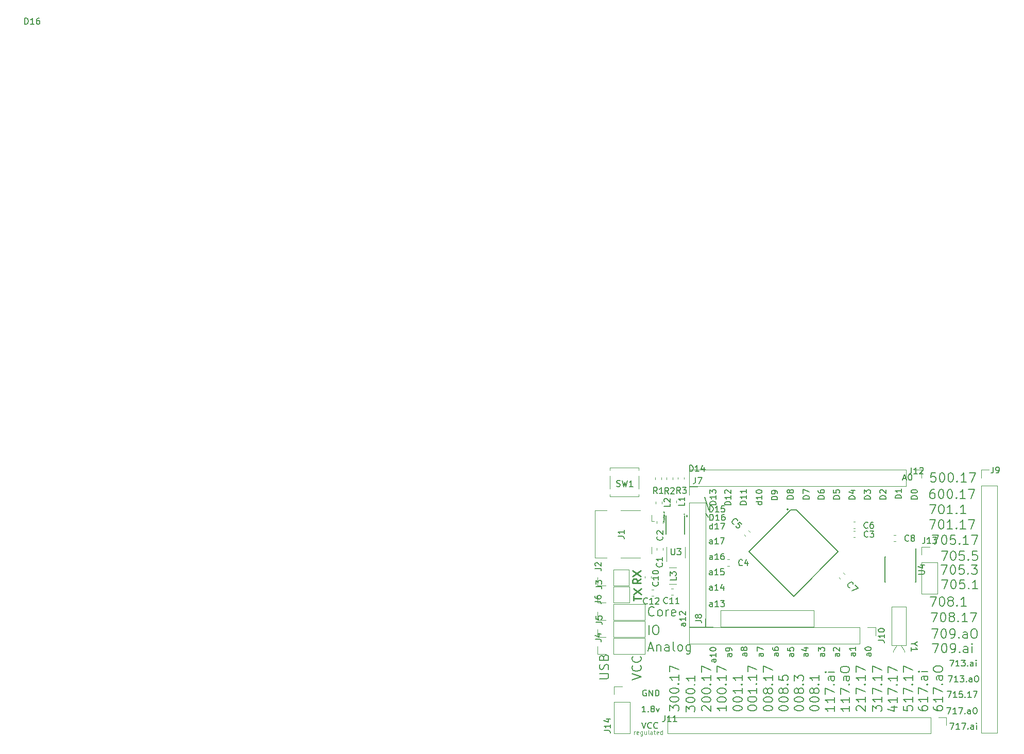
<source format=gto>
G04 #@! TF.GenerationSoftware,KiCad,Pcbnew,5.0.2-bee76a0~70~ubuntu14.04.1*
G04 #@! TF.CreationDate,2018-12-14T16:34:33-07:00*
G04 #@! TF.ProjectId,evalboard1,6576616c-626f-4617-9264-312e6b696361,rev?*
G04 #@! TF.SameCoordinates,Original*
G04 #@! TF.FileFunction,Legend,Top*
G04 #@! TF.FilePolarity,Positive*
%FSLAX46Y46*%
G04 Gerber Fmt 4.6, Leading zero omitted, Abs format (unit mm)*
G04 Created by KiCad (PCBNEW 5.0.2-bee76a0~70~ubuntu14.04.1) date Fri 14 Dec 2018 04:34:33 PM MST*
%MOMM*%
%LPD*%
G01*
G04 APERTURE LIST*
%ADD10C,0.200000*%
%ADD11C,0.150000*%
%ADD12C,0.100000*%
%ADD13C,0.250000*%
%ADD14C,0.120000*%
%ADD15C,0.127000*%
%ADD16C,0.050000*%
G04 APERTURE END LIST*
D10*
X110500000Y-78300000D02*
X111180000Y-80430000D01*
D11*
X-1214285Y-602380D02*
X-1214285Y397619D01*
X-976190Y397619D01*
X-833333Y350000D01*
X-738095Y254761D01*
X-690476Y159523D01*
X-642857Y-30952D01*
X-642857Y-173809D01*
X-690476Y-364285D01*
X-738095Y-459523D01*
X-833333Y-554761D01*
X-976190Y-602380D01*
X-1214285Y-602380D01*
X309523Y-602380D02*
X-261904Y-602380D01*
X23809Y-602380D02*
X23809Y397619D01*
X-71428Y254761D01*
X-166666Y159523D01*
X-261904Y111904D01*
X1166666Y397619D02*
X976190Y397619D01*
X880952Y350000D01*
X833333Y302380D01*
X738095Y159523D01*
X690476Y-30952D01*
X690476Y-411904D01*
X738095Y-507142D01*
X785714Y-554761D01*
X880952Y-602380D01*
X1071428Y-602380D01*
X1166666Y-554761D01*
X1214285Y-507142D01*
X1261904Y-411904D01*
X1261904Y-173809D01*
X1214285Y-78571D01*
X1166666Y-30952D01*
X1071428Y16666D01*
X880952Y16666D01*
X785714Y-30952D01*
X738095Y-78571D01*
X690476Y-173809D01*
D10*
X110710000Y-81010000D02*
X111150000Y-81640000D01*
D11*
X111355714Y-80802380D02*
X111355714Y-79802380D01*
X111593809Y-79802380D01*
X111736666Y-79850000D01*
X111831904Y-79945238D01*
X111879523Y-80040476D01*
X111927142Y-80230952D01*
X111927142Y-80373809D01*
X111879523Y-80564285D01*
X111831904Y-80659523D01*
X111736666Y-80754761D01*
X111593809Y-80802380D01*
X111355714Y-80802380D01*
X112879523Y-80802380D02*
X112308095Y-80802380D01*
X112593809Y-80802380D02*
X112593809Y-79802380D01*
X112498571Y-79945238D01*
X112403333Y-80040476D01*
X112308095Y-80088095D01*
X113784285Y-79802380D02*
X113308095Y-79802380D01*
X113260476Y-80278571D01*
X113308095Y-80230952D01*
X113403333Y-80183333D01*
X113641428Y-80183333D01*
X113736666Y-80230952D01*
X113784285Y-80278571D01*
X113831904Y-80373809D01*
X113831904Y-80611904D01*
X113784285Y-80707142D01*
X113736666Y-80754761D01*
X113641428Y-80802380D01*
X113403333Y-80802380D01*
X113308095Y-80754761D01*
X113260476Y-80707142D01*
D12*
X98960000Y-117346666D02*
X98960000Y-116880000D01*
X98960000Y-117013333D02*
X98993333Y-116946666D01*
X99026666Y-116913333D01*
X99093333Y-116880000D01*
X99160000Y-116880000D01*
X99660000Y-117313333D02*
X99593333Y-117346666D01*
X99460000Y-117346666D01*
X99393333Y-117313333D01*
X99360000Y-117246666D01*
X99360000Y-116980000D01*
X99393333Y-116913333D01*
X99460000Y-116880000D01*
X99593333Y-116880000D01*
X99660000Y-116913333D01*
X99693333Y-116980000D01*
X99693333Y-117046666D01*
X99360000Y-117113333D01*
X100293333Y-116880000D02*
X100293333Y-117446666D01*
X100260000Y-117513333D01*
X100226666Y-117546666D01*
X100160000Y-117580000D01*
X100060000Y-117580000D01*
X99993333Y-117546666D01*
X100293333Y-117313333D02*
X100226666Y-117346666D01*
X100093333Y-117346666D01*
X100026666Y-117313333D01*
X99993333Y-117280000D01*
X99960000Y-117213333D01*
X99960000Y-117013333D01*
X99993333Y-116946666D01*
X100026666Y-116913333D01*
X100093333Y-116880000D01*
X100226666Y-116880000D01*
X100293333Y-116913333D01*
X100926666Y-116880000D02*
X100926666Y-117346666D01*
X100626666Y-116880000D02*
X100626666Y-117246666D01*
X100660000Y-117313333D01*
X100726666Y-117346666D01*
X100826666Y-117346666D01*
X100893333Y-117313333D01*
X100926666Y-117280000D01*
X101360000Y-117346666D02*
X101293333Y-117313333D01*
X101260000Y-117246666D01*
X101260000Y-116646666D01*
X101926666Y-117346666D02*
X101926666Y-116980000D01*
X101893333Y-116913333D01*
X101826666Y-116880000D01*
X101693333Y-116880000D01*
X101626666Y-116913333D01*
X101926666Y-117313333D02*
X101860000Y-117346666D01*
X101693333Y-117346666D01*
X101626666Y-117313333D01*
X101593333Y-117246666D01*
X101593333Y-117180000D01*
X101626666Y-117113333D01*
X101693333Y-117080000D01*
X101860000Y-117080000D01*
X101926666Y-117046666D01*
X102160000Y-116880000D02*
X102426666Y-116880000D01*
X102260000Y-116646666D02*
X102260000Y-117246666D01*
X102293333Y-117313333D01*
X102360000Y-117346666D01*
X102426666Y-117346666D01*
X102926666Y-117313333D02*
X102860000Y-117346666D01*
X102726666Y-117346666D01*
X102660000Y-117313333D01*
X102626666Y-117246666D01*
X102626666Y-116980000D01*
X102660000Y-116913333D01*
X102726666Y-116880000D01*
X102860000Y-116880000D01*
X102926666Y-116913333D01*
X102960000Y-116980000D01*
X102960000Y-117046666D01*
X102626666Y-117113333D01*
X103560000Y-117346666D02*
X103560000Y-116646666D01*
X103560000Y-117313333D02*
X103493333Y-117346666D01*
X103360000Y-117346666D01*
X103293333Y-117313333D01*
X103260000Y-117280000D01*
X103226666Y-117213333D01*
X103226666Y-117013333D01*
X103260000Y-116946666D01*
X103293333Y-116913333D01*
X103360000Y-116880000D01*
X103493333Y-116880000D01*
X103560000Y-116913333D01*
D10*
X101315714Y-103210000D02*
X102030000Y-103210000D01*
X101172857Y-103638571D02*
X101672857Y-102138571D01*
X102172857Y-103638571D01*
X102672857Y-102638571D02*
X102672857Y-103638571D01*
X102672857Y-102781428D02*
X102744285Y-102710000D01*
X102887142Y-102638571D01*
X103101428Y-102638571D01*
X103244285Y-102710000D01*
X103315714Y-102852857D01*
X103315714Y-103638571D01*
X104672857Y-103638571D02*
X104672857Y-102852857D01*
X104601428Y-102710000D01*
X104458571Y-102638571D01*
X104172857Y-102638571D01*
X104030000Y-102710000D01*
X104672857Y-103567142D02*
X104530000Y-103638571D01*
X104172857Y-103638571D01*
X104030000Y-103567142D01*
X103958571Y-103424285D01*
X103958571Y-103281428D01*
X104030000Y-103138571D01*
X104172857Y-103067142D01*
X104530000Y-103067142D01*
X104672857Y-102995714D01*
X105601428Y-103638571D02*
X105458571Y-103567142D01*
X105387142Y-103424285D01*
X105387142Y-102138571D01*
X106387142Y-103638571D02*
X106244285Y-103567142D01*
X106172857Y-103495714D01*
X106101428Y-103352857D01*
X106101428Y-102924285D01*
X106172857Y-102781428D01*
X106244285Y-102710000D01*
X106387142Y-102638571D01*
X106601428Y-102638571D01*
X106744285Y-102710000D01*
X106815714Y-102781428D01*
X106887142Y-102924285D01*
X106887142Y-103352857D01*
X106815714Y-103495714D01*
X106744285Y-103567142D01*
X106601428Y-103638571D01*
X106387142Y-103638571D01*
X108172857Y-102638571D02*
X108172857Y-103852857D01*
X108101428Y-103995714D01*
X108030000Y-104067142D01*
X107887142Y-104138571D01*
X107672857Y-104138571D01*
X107530000Y-104067142D01*
X108172857Y-103567142D02*
X108030000Y-103638571D01*
X107744285Y-103638571D01*
X107601428Y-103567142D01*
X107530000Y-103495714D01*
X107458571Y-103352857D01*
X107458571Y-102924285D01*
X107530000Y-102781428D01*
X107601428Y-102710000D01*
X107744285Y-102638571D01*
X108030000Y-102638571D01*
X108172857Y-102710000D01*
X101354285Y-100928571D02*
X101354285Y-99428571D01*
X102354285Y-99428571D02*
X102640000Y-99428571D01*
X102782857Y-99500000D01*
X102925714Y-99642857D01*
X102997142Y-99928571D01*
X102997142Y-100428571D01*
X102925714Y-100714285D01*
X102782857Y-100857142D01*
X102640000Y-100928571D01*
X102354285Y-100928571D01*
X102211428Y-100857142D01*
X102068571Y-100714285D01*
X101997142Y-100428571D01*
X101997142Y-99928571D01*
X102068571Y-99642857D01*
X102211428Y-99500000D01*
X102354285Y-99428571D01*
X102208571Y-97765714D02*
X102137142Y-97837142D01*
X101922857Y-97908571D01*
X101780000Y-97908571D01*
X101565714Y-97837142D01*
X101422857Y-97694285D01*
X101351428Y-97551428D01*
X101280000Y-97265714D01*
X101280000Y-97051428D01*
X101351428Y-96765714D01*
X101422857Y-96622857D01*
X101565714Y-96480000D01*
X101780000Y-96408571D01*
X101922857Y-96408571D01*
X102137142Y-96480000D01*
X102208571Y-96551428D01*
X103065714Y-97908571D02*
X102922857Y-97837142D01*
X102851428Y-97765714D01*
X102780000Y-97622857D01*
X102780000Y-97194285D01*
X102851428Y-97051428D01*
X102922857Y-96980000D01*
X103065714Y-96908571D01*
X103280000Y-96908571D01*
X103422857Y-96980000D01*
X103494285Y-97051428D01*
X103565714Y-97194285D01*
X103565714Y-97622857D01*
X103494285Y-97765714D01*
X103422857Y-97837142D01*
X103280000Y-97908571D01*
X103065714Y-97908571D01*
X104208571Y-97908571D02*
X104208571Y-96908571D01*
X104208571Y-97194285D02*
X104280000Y-97051428D01*
X104351428Y-96980000D01*
X104494285Y-96908571D01*
X104637142Y-96908571D01*
X105708571Y-97837142D02*
X105565714Y-97908571D01*
X105280000Y-97908571D01*
X105137142Y-97837142D01*
X105065714Y-97694285D01*
X105065714Y-97122857D01*
X105137142Y-96980000D01*
X105280000Y-96908571D01*
X105565714Y-96908571D01*
X105708571Y-96980000D01*
X105780000Y-97122857D01*
X105780000Y-97265714D01*
X105065714Y-97408571D01*
D11*
X108055714Y-74122380D02*
X108055714Y-73122380D01*
X108293809Y-73122380D01*
X108436666Y-73170000D01*
X108531904Y-73265238D01*
X108579523Y-73360476D01*
X108627142Y-73550952D01*
X108627142Y-73693809D01*
X108579523Y-73884285D01*
X108531904Y-73979523D01*
X108436666Y-74074761D01*
X108293809Y-74122380D01*
X108055714Y-74122380D01*
X109579523Y-74122380D02*
X109008095Y-74122380D01*
X109293809Y-74122380D02*
X109293809Y-73122380D01*
X109198571Y-73265238D01*
X109103333Y-73360476D01*
X109008095Y-73408095D01*
X110436666Y-73455714D02*
X110436666Y-74122380D01*
X110198571Y-73074761D02*
X109960476Y-73789047D01*
X110579523Y-73789047D01*
X107392380Y-99098095D02*
X106868571Y-99098095D01*
X106773333Y-99145714D01*
X106725714Y-99240952D01*
X106725714Y-99431428D01*
X106773333Y-99526666D01*
X107344761Y-99098095D02*
X107392380Y-99193333D01*
X107392380Y-99431428D01*
X107344761Y-99526666D01*
X107249523Y-99574285D01*
X107154285Y-99574285D01*
X107059047Y-99526666D01*
X107011428Y-99431428D01*
X107011428Y-99193333D01*
X106963809Y-99098095D01*
X107392380Y-98098095D02*
X107392380Y-98669523D01*
X107392380Y-98383809D02*
X106392380Y-98383809D01*
X106535238Y-98479047D01*
X106630476Y-98574285D01*
X106678095Y-98669523D01*
X106487619Y-97717142D02*
X106440000Y-97669523D01*
X106392380Y-97574285D01*
X106392380Y-97336190D01*
X106440000Y-97240952D01*
X106487619Y-97193333D01*
X106582857Y-97145714D01*
X106678095Y-97145714D01*
X106820952Y-97193333D01*
X107392380Y-97764761D01*
X107392380Y-97145714D01*
X142872380Y-78538095D02*
X141872380Y-78538095D01*
X141872380Y-78300000D01*
X141920000Y-78157142D01*
X142015238Y-78061904D01*
X142110476Y-78014285D01*
X142300952Y-77966666D01*
X142443809Y-77966666D01*
X142634285Y-78014285D01*
X142729523Y-78061904D01*
X142824761Y-78157142D01*
X142872380Y-78300000D01*
X142872380Y-78538095D01*
X142872380Y-77014285D02*
X142872380Y-77585714D01*
X142872380Y-77300000D02*
X141872380Y-77300000D01*
X142015238Y-77395238D01*
X142110476Y-77490476D01*
X142158095Y-77585714D01*
X140312380Y-78648095D02*
X139312380Y-78648095D01*
X139312380Y-78410000D01*
X139360000Y-78267142D01*
X139455238Y-78171904D01*
X139550476Y-78124285D01*
X139740952Y-78076666D01*
X139883809Y-78076666D01*
X140074285Y-78124285D01*
X140169523Y-78171904D01*
X140264761Y-78267142D01*
X140312380Y-78410000D01*
X140312380Y-78648095D01*
X139407619Y-77695714D02*
X139360000Y-77648095D01*
X139312380Y-77552857D01*
X139312380Y-77314761D01*
X139360000Y-77219523D01*
X139407619Y-77171904D01*
X139502857Y-77124285D01*
X139598095Y-77124285D01*
X139740952Y-77171904D01*
X140312380Y-77743333D01*
X140312380Y-77124285D01*
X137762380Y-78688095D02*
X136762380Y-78688095D01*
X136762380Y-78450000D01*
X136810000Y-78307142D01*
X136905238Y-78211904D01*
X137000476Y-78164285D01*
X137190952Y-78116666D01*
X137333809Y-78116666D01*
X137524285Y-78164285D01*
X137619523Y-78211904D01*
X137714761Y-78307142D01*
X137762380Y-78450000D01*
X137762380Y-78688095D01*
X136762380Y-77783333D02*
X136762380Y-77164285D01*
X137143333Y-77497619D01*
X137143333Y-77354761D01*
X137190952Y-77259523D01*
X137238571Y-77211904D01*
X137333809Y-77164285D01*
X137571904Y-77164285D01*
X137667142Y-77211904D01*
X137714761Y-77259523D01*
X137762380Y-77354761D01*
X137762380Y-77640476D01*
X137714761Y-77735714D01*
X137667142Y-77783333D01*
X135242380Y-78688095D02*
X134242380Y-78688095D01*
X134242380Y-78450000D01*
X134290000Y-78307142D01*
X134385238Y-78211904D01*
X134480476Y-78164285D01*
X134670952Y-78116666D01*
X134813809Y-78116666D01*
X135004285Y-78164285D01*
X135099523Y-78211904D01*
X135194761Y-78307142D01*
X135242380Y-78450000D01*
X135242380Y-78688095D01*
X134575714Y-77259523D02*
X135242380Y-77259523D01*
X134194761Y-77497619D02*
X134909047Y-77735714D01*
X134909047Y-77116666D01*
X132712380Y-78638095D02*
X131712380Y-78638095D01*
X131712380Y-78400000D01*
X131760000Y-78257142D01*
X131855238Y-78161904D01*
X131950476Y-78114285D01*
X132140952Y-78066666D01*
X132283809Y-78066666D01*
X132474285Y-78114285D01*
X132569523Y-78161904D01*
X132664761Y-78257142D01*
X132712380Y-78400000D01*
X132712380Y-78638095D01*
X131712380Y-77161904D02*
X131712380Y-77638095D01*
X132188571Y-77685714D01*
X132140952Y-77638095D01*
X132093333Y-77542857D01*
X132093333Y-77304761D01*
X132140952Y-77209523D01*
X132188571Y-77161904D01*
X132283809Y-77114285D01*
X132521904Y-77114285D01*
X132617142Y-77161904D01*
X132664761Y-77209523D01*
X132712380Y-77304761D01*
X132712380Y-77542857D01*
X132664761Y-77638095D01*
X132617142Y-77685714D01*
X130182380Y-78638095D02*
X129182380Y-78638095D01*
X129182380Y-78400000D01*
X129230000Y-78257142D01*
X129325238Y-78161904D01*
X129420476Y-78114285D01*
X129610952Y-78066666D01*
X129753809Y-78066666D01*
X129944285Y-78114285D01*
X130039523Y-78161904D01*
X130134761Y-78257142D01*
X130182380Y-78400000D01*
X130182380Y-78638095D01*
X129182380Y-77209523D02*
X129182380Y-77400000D01*
X129230000Y-77495238D01*
X129277619Y-77542857D01*
X129420476Y-77638095D01*
X129610952Y-77685714D01*
X129991904Y-77685714D01*
X130087142Y-77638095D01*
X130134761Y-77590476D01*
X130182380Y-77495238D01*
X130182380Y-77304761D01*
X130134761Y-77209523D01*
X130087142Y-77161904D01*
X129991904Y-77114285D01*
X129753809Y-77114285D01*
X129658571Y-77161904D01*
X129610952Y-77209523D01*
X129563333Y-77304761D01*
X129563333Y-77495238D01*
X129610952Y-77590476D01*
X129658571Y-77638095D01*
X129753809Y-77685714D01*
X127722380Y-78668095D02*
X126722380Y-78668095D01*
X126722380Y-78430000D01*
X126770000Y-78287142D01*
X126865238Y-78191904D01*
X126960476Y-78144285D01*
X127150952Y-78096666D01*
X127293809Y-78096666D01*
X127484285Y-78144285D01*
X127579523Y-78191904D01*
X127674761Y-78287142D01*
X127722380Y-78430000D01*
X127722380Y-78668095D01*
X126722380Y-77763333D02*
X126722380Y-77096666D01*
X127722380Y-77525238D01*
X122492380Y-78798095D02*
X121492380Y-78798095D01*
X121492380Y-78560000D01*
X121540000Y-78417142D01*
X121635238Y-78321904D01*
X121730476Y-78274285D01*
X121920952Y-78226666D01*
X122063809Y-78226666D01*
X122254285Y-78274285D01*
X122349523Y-78321904D01*
X122444761Y-78417142D01*
X122492380Y-78560000D01*
X122492380Y-78798095D01*
X122492380Y-77750476D02*
X122492380Y-77560000D01*
X122444761Y-77464761D01*
X122397142Y-77417142D01*
X122254285Y-77321904D01*
X122063809Y-77274285D01*
X121682857Y-77274285D01*
X121587619Y-77321904D01*
X121540000Y-77369523D01*
X121492380Y-77464761D01*
X121492380Y-77655238D01*
X121540000Y-77750476D01*
X121587619Y-77798095D01*
X121682857Y-77845714D01*
X121920952Y-77845714D01*
X122016190Y-77798095D01*
X122063809Y-77750476D01*
X122111428Y-77655238D01*
X122111428Y-77464761D01*
X122063809Y-77369523D01*
X122016190Y-77321904D01*
X121920952Y-77274285D01*
X112392380Y-79598685D02*
X111392380Y-79598685D01*
X111392380Y-79360590D01*
X111440000Y-79217733D01*
X111535238Y-79122495D01*
X111630476Y-79074876D01*
X111820952Y-79027257D01*
X111963809Y-79027257D01*
X112154285Y-79074876D01*
X112249523Y-79122495D01*
X112344761Y-79217733D01*
X112392380Y-79360590D01*
X112392380Y-79598685D01*
X112392380Y-78074876D02*
X112392380Y-78646304D01*
X112392380Y-78360590D02*
X111392380Y-78360590D01*
X111535238Y-78455828D01*
X111630476Y-78551066D01*
X111678095Y-78646304D01*
X111392380Y-77741542D02*
X111392380Y-77122495D01*
X111773333Y-77455828D01*
X111773333Y-77312971D01*
X111820952Y-77217733D01*
X111868571Y-77170114D01*
X111963809Y-77122495D01*
X112201904Y-77122495D01*
X112297142Y-77170114D01*
X112344761Y-77217733D01*
X112392380Y-77312971D01*
X112392380Y-77598685D01*
X112344761Y-77693923D01*
X112297142Y-77741542D01*
X150815714Y-105142380D02*
X151482380Y-105142380D01*
X151053809Y-106142380D01*
X152387142Y-106142380D02*
X151815714Y-106142380D01*
X152101428Y-106142380D02*
X152101428Y-105142380D01*
X152006190Y-105285238D01*
X151910952Y-105380476D01*
X151815714Y-105428095D01*
X152720476Y-105142380D02*
X153339523Y-105142380D01*
X153006190Y-105523333D01*
X153149047Y-105523333D01*
X153244285Y-105570952D01*
X153291904Y-105618571D01*
X153339523Y-105713809D01*
X153339523Y-105951904D01*
X153291904Y-106047142D01*
X153244285Y-106094761D01*
X153149047Y-106142380D01*
X152863333Y-106142380D01*
X152768095Y-106094761D01*
X152720476Y-106047142D01*
X153768095Y-106047142D02*
X153815714Y-106094761D01*
X153768095Y-106142380D01*
X153720476Y-106094761D01*
X153768095Y-106047142D01*
X153768095Y-106142380D01*
X154672857Y-106142380D02*
X154672857Y-105618571D01*
X154625238Y-105523333D01*
X154530000Y-105475714D01*
X154339523Y-105475714D01*
X154244285Y-105523333D01*
X154672857Y-106094761D02*
X154577619Y-106142380D01*
X154339523Y-106142380D01*
X154244285Y-106094761D01*
X154196666Y-105999523D01*
X154196666Y-105904285D01*
X154244285Y-105809047D01*
X154339523Y-105761428D01*
X154577619Y-105761428D01*
X154672857Y-105713809D01*
X155149047Y-106142380D02*
X155149047Y-105475714D01*
X155149047Y-105142380D02*
X155101428Y-105190000D01*
X155149047Y-105237619D01*
X155196666Y-105190000D01*
X155149047Y-105142380D01*
X155149047Y-105237619D01*
X150600000Y-107722380D02*
X151266666Y-107722380D01*
X150838095Y-108722380D01*
X152171428Y-108722380D02*
X151600000Y-108722380D01*
X151885714Y-108722380D02*
X151885714Y-107722380D01*
X151790476Y-107865238D01*
X151695238Y-107960476D01*
X151600000Y-108008095D01*
X152504761Y-107722380D02*
X153123809Y-107722380D01*
X152790476Y-108103333D01*
X152933333Y-108103333D01*
X153028571Y-108150952D01*
X153076190Y-108198571D01*
X153123809Y-108293809D01*
X153123809Y-108531904D01*
X153076190Y-108627142D01*
X153028571Y-108674761D01*
X152933333Y-108722380D01*
X152647619Y-108722380D01*
X152552380Y-108674761D01*
X152504761Y-108627142D01*
X153552380Y-108627142D02*
X153600000Y-108674761D01*
X153552380Y-108722380D01*
X153504761Y-108674761D01*
X153552380Y-108627142D01*
X153552380Y-108722380D01*
X154457142Y-108722380D02*
X154457142Y-108198571D01*
X154409523Y-108103333D01*
X154314285Y-108055714D01*
X154123809Y-108055714D01*
X154028571Y-108103333D01*
X154457142Y-108674761D02*
X154361904Y-108722380D01*
X154123809Y-108722380D01*
X154028571Y-108674761D01*
X153980952Y-108579523D01*
X153980952Y-108484285D01*
X154028571Y-108389047D01*
X154123809Y-108341428D01*
X154361904Y-108341428D01*
X154457142Y-108293809D01*
X155123809Y-107722380D02*
X155314285Y-107722380D01*
X155409523Y-107770000D01*
X155504761Y-107865238D01*
X155552380Y-108055714D01*
X155552380Y-108389047D01*
X155504761Y-108579523D01*
X155409523Y-108674761D01*
X155314285Y-108722380D01*
X155123809Y-108722380D01*
X155028571Y-108674761D01*
X154933333Y-108579523D01*
X154885714Y-108389047D01*
X154885714Y-108055714D01*
X154933333Y-107865238D01*
X155028571Y-107770000D01*
X155123809Y-107722380D01*
X150403809Y-110282380D02*
X151070476Y-110282380D01*
X150641904Y-111282380D01*
X151975238Y-111282380D02*
X151403809Y-111282380D01*
X151689523Y-111282380D02*
X151689523Y-110282380D01*
X151594285Y-110425238D01*
X151499047Y-110520476D01*
X151403809Y-110568095D01*
X152880000Y-110282380D02*
X152403809Y-110282380D01*
X152356190Y-110758571D01*
X152403809Y-110710952D01*
X152499047Y-110663333D01*
X152737142Y-110663333D01*
X152832380Y-110710952D01*
X152880000Y-110758571D01*
X152927619Y-110853809D01*
X152927619Y-111091904D01*
X152880000Y-111187142D01*
X152832380Y-111234761D01*
X152737142Y-111282380D01*
X152499047Y-111282380D01*
X152403809Y-111234761D01*
X152356190Y-111187142D01*
X153356190Y-111187142D02*
X153403809Y-111234761D01*
X153356190Y-111282380D01*
X153308571Y-111234761D01*
X153356190Y-111187142D01*
X153356190Y-111282380D01*
X154356190Y-111282380D02*
X153784761Y-111282380D01*
X154070476Y-111282380D02*
X154070476Y-110282380D01*
X153975238Y-110425238D01*
X153880000Y-110520476D01*
X153784761Y-110568095D01*
X154689523Y-110282380D02*
X155356190Y-110282380D01*
X154927619Y-111282380D01*
X150350000Y-112972380D02*
X151016666Y-112972380D01*
X150588095Y-113972380D01*
X151921428Y-113972380D02*
X151350000Y-113972380D01*
X151635714Y-113972380D02*
X151635714Y-112972380D01*
X151540476Y-113115238D01*
X151445238Y-113210476D01*
X151350000Y-113258095D01*
X152254761Y-112972380D02*
X152921428Y-112972380D01*
X152492857Y-113972380D01*
X153302380Y-113877142D02*
X153350000Y-113924761D01*
X153302380Y-113972380D01*
X153254761Y-113924761D01*
X153302380Y-113877142D01*
X153302380Y-113972380D01*
X154207142Y-113972380D02*
X154207142Y-113448571D01*
X154159523Y-113353333D01*
X154064285Y-113305714D01*
X153873809Y-113305714D01*
X153778571Y-113353333D01*
X154207142Y-113924761D02*
X154111904Y-113972380D01*
X153873809Y-113972380D01*
X153778571Y-113924761D01*
X153730952Y-113829523D01*
X153730952Y-113734285D01*
X153778571Y-113639047D01*
X153873809Y-113591428D01*
X154111904Y-113591428D01*
X154207142Y-113543809D01*
X154873809Y-112972380D02*
X155064285Y-112972380D01*
X155159523Y-113020000D01*
X155254761Y-113115238D01*
X155302380Y-113305714D01*
X155302380Y-113639047D01*
X155254761Y-113829523D01*
X155159523Y-113924761D01*
X155064285Y-113972380D01*
X154873809Y-113972380D01*
X154778571Y-113924761D01*
X154683333Y-113829523D01*
X154635714Y-113639047D01*
X154635714Y-113305714D01*
X154683333Y-113115238D01*
X154778571Y-113020000D01*
X154873809Y-112972380D01*
D10*
X147985714Y-84628571D02*
X148985714Y-84628571D01*
X148342857Y-86128571D01*
X149842857Y-84628571D02*
X149985714Y-84628571D01*
X150128571Y-84700000D01*
X150200000Y-84771428D01*
X150271428Y-84914285D01*
X150342857Y-85200000D01*
X150342857Y-85557142D01*
X150271428Y-85842857D01*
X150200000Y-85985714D01*
X150128571Y-86057142D01*
X149985714Y-86128571D01*
X149842857Y-86128571D01*
X149700000Y-86057142D01*
X149628571Y-85985714D01*
X149557142Y-85842857D01*
X149485714Y-85557142D01*
X149485714Y-85200000D01*
X149557142Y-84914285D01*
X149628571Y-84771428D01*
X149700000Y-84700000D01*
X149842857Y-84628571D01*
X151700000Y-84628571D02*
X150985714Y-84628571D01*
X150914285Y-85342857D01*
X150985714Y-85271428D01*
X151128571Y-85200000D01*
X151485714Y-85200000D01*
X151628571Y-85271428D01*
X151700000Y-85342857D01*
X151771428Y-85485714D01*
X151771428Y-85842857D01*
X151700000Y-85985714D01*
X151628571Y-86057142D01*
X151485714Y-86128571D01*
X151128571Y-86128571D01*
X150985714Y-86057142D01*
X150914285Y-85985714D01*
X152414285Y-85985714D02*
X152485714Y-86057142D01*
X152414285Y-86128571D01*
X152342857Y-86057142D01*
X152414285Y-85985714D01*
X152414285Y-86128571D01*
X153914285Y-86128571D02*
X153057142Y-86128571D01*
X153485714Y-86128571D02*
X153485714Y-84628571D01*
X153342857Y-84842857D01*
X153200000Y-84985714D01*
X153057142Y-85057142D01*
X154414285Y-84628571D02*
X155414285Y-84628571D01*
X154771428Y-86128571D01*
X147500000Y-79578571D02*
X148500000Y-79578571D01*
X147857142Y-81078571D01*
X149357142Y-79578571D02*
X149500000Y-79578571D01*
X149642857Y-79650000D01*
X149714285Y-79721428D01*
X149785714Y-79864285D01*
X149857142Y-80150000D01*
X149857142Y-80507142D01*
X149785714Y-80792857D01*
X149714285Y-80935714D01*
X149642857Y-81007142D01*
X149500000Y-81078571D01*
X149357142Y-81078571D01*
X149214285Y-81007142D01*
X149142857Y-80935714D01*
X149071428Y-80792857D01*
X149000000Y-80507142D01*
X149000000Y-80150000D01*
X149071428Y-79864285D01*
X149142857Y-79721428D01*
X149214285Y-79650000D01*
X149357142Y-79578571D01*
X151285714Y-81078571D02*
X150428571Y-81078571D01*
X150857142Y-81078571D02*
X150857142Y-79578571D01*
X150714285Y-79792857D01*
X150571428Y-79935714D01*
X150428571Y-80007142D01*
X151928571Y-80935714D02*
X152000000Y-81007142D01*
X151928571Y-81078571D01*
X151857142Y-81007142D01*
X151928571Y-80935714D01*
X151928571Y-81078571D01*
X153428571Y-81078571D02*
X152571428Y-81078571D01*
X153000000Y-81078571D02*
X153000000Y-79578571D01*
X152857142Y-79792857D01*
X152714285Y-79935714D01*
X152571428Y-80007142D01*
X148264928Y-77093071D02*
X147979214Y-77093071D01*
X147836357Y-77164500D01*
X147764928Y-77235928D01*
X147622071Y-77450214D01*
X147550642Y-77735928D01*
X147550642Y-78307357D01*
X147622071Y-78450214D01*
X147693500Y-78521642D01*
X147836357Y-78593071D01*
X148122071Y-78593071D01*
X148264928Y-78521642D01*
X148336357Y-78450214D01*
X148407785Y-78307357D01*
X148407785Y-77950214D01*
X148336357Y-77807357D01*
X148264928Y-77735928D01*
X148122071Y-77664500D01*
X147836357Y-77664500D01*
X147693500Y-77735928D01*
X147622071Y-77807357D01*
X147550642Y-77950214D01*
X149336357Y-77093071D02*
X149479214Y-77093071D01*
X149622071Y-77164500D01*
X149693500Y-77235928D01*
X149764928Y-77378785D01*
X149836357Y-77664500D01*
X149836357Y-78021642D01*
X149764928Y-78307357D01*
X149693500Y-78450214D01*
X149622071Y-78521642D01*
X149479214Y-78593071D01*
X149336357Y-78593071D01*
X149193500Y-78521642D01*
X149122071Y-78450214D01*
X149050642Y-78307357D01*
X148979214Y-78021642D01*
X148979214Y-77664500D01*
X149050642Y-77378785D01*
X149122071Y-77235928D01*
X149193500Y-77164500D01*
X149336357Y-77093071D01*
X150764928Y-77093071D02*
X150907785Y-77093071D01*
X151050642Y-77164500D01*
X151122071Y-77235928D01*
X151193500Y-77378785D01*
X151264928Y-77664500D01*
X151264928Y-78021642D01*
X151193500Y-78307357D01*
X151122071Y-78450214D01*
X151050642Y-78521642D01*
X150907785Y-78593071D01*
X150764928Y-78593071D01*
X150622071Y-78521642D01*
X150550642Y-78450214D01*
X150479214Y-78307357D01*
X150407785Y-78021642D01*
X150407785Y-77664500D01*
X150479214Y-77378785D01*
X150550642Y-77235928D01*
X150622071Y-77164500D01*
X150764928Y-77093071D01*
X151907785Y-78450214D02*
X151979214Y-78521642D01*
X151907785Y-78593071D01*
X151836357Y-78521642D01*
X151907785Y-78450214D01*
X151907785Y-78593071D01*
X153407785Y-78593071D02*
X152550642Y-78593071D01*
X152979214Y-78593071D02*
X152979214Y-77093071D01*
X152836357Y-77307357D01*
X152693500Y-77450214D01*
X152550642Y-77521642D01*
X153907785Y-77093071D02*
X154907785Y-77093071D01*
X154264928Y-78593071D01*
X147978571Y-102428571D02*
X148978571Y-102428571D01*
X148335714Y-103928571D01*
X149835714Y-102428571D02*
X149978571Y-102428571D01*
X150121428Y-102500000D01*
X150192857Y-102571428D01*
X150264285Y-102714285D01*
X150335714Y-103000000D01*
X150335714Y-103357142D01*
X150264285Y-103642857D01*
X150192857Y-103785714D01*
X150121428Y-103857142D01*
X149978571Y-103928571D01*
X149835714Y-103928571D01*
X149692857Y-103857142D01*
X149621428Y-103785714D01*
X149550000Y-103642857D01*
X149478571Y-103357142D01*
X149478571Y-103000000D01*
X149550000Y-102714285D01*
X149621428Y-102571428D01*
X149692857Y-102500000D01*
X149835714Y-102428571D01*
X151050000Y-103928571D02*
X151335714Y-103928571D01*
X151478571Y-103857142D01*
X151550000Y-103785714D01*
X151692857Y-103571428D01*
X151764285Y-103285714D01*
X151764285Y-102714285D01*
X151692857Y-102571428D01*
X151621428Y-102500000D01*
X151478571Y-102428571D01*
X151192857Y-102428571D01*
X151050000Y-102500000D01*
X150978571Y-102571428D01*
X150907142Y-102714285D01*
X150907142Y-103071428D01*
X150978571Y-103214285D01*
X151050000Y-103285714D01*
X151192857Y-103357142D01*
X151478571Y-103357142D01*
X151621428Y-103285714D01*
X151692857Y-103214285D01*
X151764285Y-103071428D01*
X152407142Y-103785714D02*
X152478571Y-103857142D01*
X152407142Y-103928571D01*
X152335714Y-103857142D01*
X152407142Y-103785714D01*
X152407142Y-103928571D01*
X153764285Y-103928571D02*
X153764285Y-103142857D01*
X153692857Y-103000000D01*
X153550000Y-102928571D01*
X153264285Y-102928571D01*
X153121428Y-103000000D01*
X153764285Y-103857142D02*
X153621428Y-103928571D01*
X153264285Y-103928571D01*
X153121428Y-103857142D01*
X153050000Y-103714285D01*
X153050000Y-103571428D01*
X153121428Y-103428571D01*
X153264285Y-103357142D01*
X153621428Y-103357142D01*
X153764285Y-103285714D01*
X154478571Y-103928571D02*
X154478571Y-102928571D01*
X154478571Y-102428571D02*
X154407142Y-102500000D01*
X154478571Y-102571428D01*
X154550000Y-102500000D01*
X154478571Y-102428571D01*
X154478571Y-102571428D01*
X147893500Y-100043071D02*
X148893500Y-100043071D01*
X148250642Y-101543071D01*
X149750642Y-100043071D02*
X149893500Y-100043071D01*
X150036357Y-100114500D01*
X150107785Y-100185928D01*
X150179214Y-100328785D01*
X150250642Y-100614500D01*
X150250642Y-100971642D01*
X150179214Y-101257357D01*
X150107785Y-101400214D01*
X150036357Y-101471642D01*
X149893500Y-101543071D01*
X149750642Y-101543071D01*
X149607785Y-101471642D01*
X149536357Y-101400214D01*
X149464928Y-101257357D01*
X149393500Y-100971642D01*
X149393500Y-100614500D01*
X149464928Y-100328785D01*
X149536357Y-100185928D01*
X149607785Y-100114500D01*
X149750642Y-100043071D01*
X150964928Y-101543071D02*
X151250642Y-101543071D01*
X151393500Y-101471642D01*
X151464928Y-101400214D01*
X151607785Y-101185928D01*
X151679214Y-100900214D01*
X151679214Y-100328785D01*
X151607785Y-100185928D01*
X151536357Y-100114500D01*
X151393500Y-100043071D01*
X151107785Y-100043071D01*
X150964928Y-100114500D01*
X150893500Y-100185928D01*
X150822071Y-100328785D01*
X150822071Y-100685928D01*
X150893500Y-100828785D01*
X150964928Y-100900214D01*
X151107785Y-100971642D01*
X151393500Y-100971642D01*
X151536357Y-100900214D01*
X151607785Y-100828785D01*
X151679214Y-100685928D01*
X152322071Y-101400214D02*
X152393500Y-101471642D01*
X152322071Y-101543071D01*
X152250642Y-101471642D01*
X152322071Y-101400214D01*
X152322071Y-101543071D01*
X153679214Y-101543071D02*
X153679214Y-100757357D01*
X153607785Y-100614500D01*
X153464928Y-100543071D01*
X153179214Y-100543071D01*
X153036357Y-100614500D01*
X153679214Y-101471642D02*
X153536357Y-101543071D01*
X153179214Y-101543071D01*
X153036357Y-101471642D01*
X152964928Y-101328785D01*
X152964928Y-101185928D01*
X153036357Y-101043071D01*
X153179214Y-100971642D01*
X153536357Y-100971642D01*
X153679214Y-100900214D01*
X154679214Y-100043071D02*
X154964928Y-100043071D01*
X155107785Y-100114500D01*
X155250642Y-100257357D01*
X155322071Y-100543071D01*
X155322071Y-101043071D01*
X155250642Y-101328785D01*
X155107785Y-101471642D01*
X154964928Y-101543071D01*
X154679214Y-101543071D01*
X154536357Y-101471642D01*
X154393500Y-101328785D01*
X154322071Y-101043071D01*
X154322071Y-100543071D01*
X154393500Y-100257357D01*
X154536357Y-100114500D01*
X154679214Y-100043071D01*
X147779214Y-97343071D02*
X148779214Y-97343071D01*
X148136357Y-98843071D01*
X149636357Y-97343071D02*
X149779214Y-97343071D01*
X149922071Y-97414500D01*
X149993500Y-97485928D01*
X150064928Y-97628785D01*
X150136357Y-97914500D01*
X150136357Y-98271642D01*
X150064928Y-98557357D01*
X149993500Y-98700214D01*
X149922071Y-98771642D01*
X149779214Y-98843071D01*
X149636357Y-98843071D01*
X149493500Y-98771642D01*
X149422071Y-98700214D01*
X149350642Y-98557357D01*
X149279214Y-98271642D01*
X149279214Y-97914500D01*
X149350642Y-97628785D01*
X149422071Y-97485928D01*
X149493500Y-97414500D01*
X149636357Y-97343071D01*
X150993500Y-97985928D02*
X150850642Y-97914500D01*
X150779214Y-97843071D01*
X150707785Y-97700214D01*
X150707785Y-97628785D01*
X150779214Y-97485928D01*
X150850642Y-97414500D01*
X150993500Y-97343071D01*
X151279214Y-97343071D01*
X151422071Y-97414500D01*
X151493500Y-97485928D01*
X151564928Y-97628785D01*
X151564928Y-97700214D01*
X151493500Y-97843071D01*
X151422071Y-97914500D01*
X151279214Y-97985928D01*
X150993500Y-97985928D01*
X150850642Y-98057357D01*
X150779214Y-98128785D01*
X150707785Y-98271642D01*
X150707785Y-98557357D01*
X150779214Y-98700214D01*
X150850642Y-98771642D01*
X150993500Y-98843071D01*
X151279214Y-98843071D01*
X151422071Y-98771642D01*
X151493500Y-98700214D01*
X151564928Y-98557357D01*
X151564928Y-98271642D01*
X151493500Y-98128785D01*
X151422071Y-98057357D01*
X151279214Y-97985928D01*
X152207785Y-98700214D02*
X152279214Y-98771642D01*
X152207785Y-98843071D01*
X152136357Y-98771642D01*
X152207785Y-98700214D01*
X152207785Y-98843071D01*
X153707785Y-98843071D02*
X152850642Y-98843071D01*
X153279214Y-98843071D02*
X153279214Y-97343071D01*
X153136357Y-97557357D01*
X152993500Y-97700214D01*
X152850642Y-97771642D01*
X154207785Y-97343071D02*
X155207785Y-97343071D01*
X154564928Y-98843071D01*
X147600000Y-94743071D02*
X148600000Y-94743071D01*
X147957142Y-96243071D01*
X149457142Y-94743071D02*
X149600000Y-94743071D01*
X149742857Y-94814500D01*
X149814285Y-94885928D01*
X149885714Y-95028785D01*
X149957142Y-95314500D01*
X149957142Y-95671642D01*
X149885714Y-95957357D01*
X149814285Y-96100214D01*
X149742857Y-96171642D01*
X149600000Y-96243071D01*
X149457142Y-96243071D01*
X149314285Y-96171642D01*
X149242857Y-96100214D01*
X149171428Y-95957357D01*
X149100000Y-95671642D01*
X149100000Y-95314500D01*
X149171428Y-95028785D01*
X149242857Y-94885928D01*
X149314285Y-94814500D01*
X149457142Y-94743071D01*
X150814285Y-95385928D02*
X150671428Y-95314500D01*
X150600000Y-95243071D01*
X150528571Y-95100214D01*
X150528571Y-95028785D01*
X150600000Y-94885928D01*
X150671428Y-94814500D01*
X150814285Y-94743071D01*
X151100000Y-94743071D01*
X151242857Y-94814500D01*
X151314285Y-94885928D01*
X151385714Y-95028785D01*
X151385714Y-95100214D01*
X151314285Y-95243071D01*
X151242857Y-95314500D01*
X151100000Y-95385928D01*
X150814285Y-95385928D01*
X150671428Y-95457357D01*
X150600000Y-95528785D01*
X150528571Y-95671642D01*
X150528571Y-95957357D01*
X150600000Y-96100214D01*
X150671428Y-96171642D01*
X150814285Y-96243071D01*
X151100000Y-96243071D01*
X151242857Y-96171642D01*
X151314285Y-96100214D01*
X151385714Y-95957357D01*
X151385714Y-95671642D01*
X151314285Y-95528785D01*
X151242857Y-95457357D01*
X151100000Y-95385928D01*
X152028571Y-96100214D02*
X152100000Y-96171642D01*
X152028571Y-96243071D01*
X151957142Y-96171642D01*
X152028571Y-96100214D01*
X152028571Y-96243071D01*
X153528571Y-96243071D02*
X152671428Y-96243071D01*
X153100000Y-96243071D02*
X153100000Y-94743071D01*
X152957142Y-94957357D01*
X152814285Y-95100214D01*
X152671428Y-95171642D01*
X149500000Y-91928571D02*
X150500000Y-91928571D01*
X149857142Y-93428571D01*
X151357142Y-91928571D02*
X151500000Y-91928571D01*
X151642857Y-92000000D01*
X151714285Y-92071428D01*
X151785714Y-92214285D01*
X151857142Y-92500000D01*
X151857142Y-92857142D01*
X151785714Y-93142857D01*
X151714285Y-93285714D01*
X151642857Y-93357142D01*
X151500000Y-93428571D01*
X151357142Y-93428571D01*
X151214285Y-93357142D01*
X151142857Y-93285714D01*
X151071428Y-93142857D01*
X151000000Y-92857142D01*
X151000000Y-92500000D01*
X151071428Y-92214285D01*
X151142857Y-92071428D01*
X151214285Y-92000000D01*
X151357142Y-91928571D01*
X153214285Y-91928571D02*
X152500000Y-91928571D01*
X152428571Y-92642857D01*
X152500000Y-92571428D01*
X152642857Y-92500000D01*
X153000000Y-92500000D01*
X153142857Y-92571428D01*
X153214285Y-92642857D01*
X153285714Y-92785714D01*
X153285714Y-93142857D01*
X153214285Y-93285714D01*
X153142857Y-93357142D01*
X153000000Y-93428571D01*
X152642857Y-93428571D01*
X152500000Y-93357142D01*
X152428571Y-93285714D01*
X153928571Y-93285714D02*
X154000000Y-93357142D01*
X153928571Y-93428571D01*
X153857142Y-93357142D01*
X153928571Y-93285714D01*
X153928571Y-93428571D01*
X155428571Y-93428571D02*
X154571428Y-93428571D01*
X155000000Y-93428571D02*
X155000000Y-91928571D01*
X154857142Y-92142857D01*
X154714285Y-92285714D01*
X154571428Y-92357142D01*
X149400000Y-89528571D02*
X150400000Y-89528571D01*
X149757142Y-91028571D01*
X151257142Y-89528571D02*
X151400000Y-89528571D01*
X151542857Y-89600000D01*
X151614285Y-89671428D01*
X151685714Y-89814285D01*
X151757142Y-90100000D01*
X151757142Y-90457142D01*
X151685714Y-90742857D01*
X151614285Y-90885714D01*
X151542857Y-90957142D01*
X151400000Y-91028571D01*
X151257142Y-91028571D01*
X151114285Y-90957142D01*
X151042857Y-90885714D01*
X150971428Y-90742857D01*
X150900000Y-90457142D01*
X150900000Y-90100000D01*
X150971428Y-89814285D01*
X151042857Y-89671428D01*
X151114285Y-89600000D01*
X151257142Y-89528571D01*
X153114285Y-89528571D02*
X152400000Y-89528571D01*
X152328571Y-90242857D01*
X152400000Y-90171428D01*
X152542857Y-90100000D01*
X152900000Y-90100000D01*
X153042857Y-90171428D01*
X153114285Y-90242857D01*
X153185714Y-90385714D01*
X153185714Y-90742857D01*
X153114285Y-90885714D01*
X153042857Y-90957142D01*
X152900000Y-91028571D01*
X152542857Y-91028571D01*
X152400000Y-90957142D01*
X152328571Y-90885714D01*
X153828571Y-90885714D02*
X153900000Y-90957142D01*
X153828571Y-91028571D01*
X153757142Y-90957142D01*
X153828571Y-90885714D01*
X153828571Y-91028571D01*
X154400000Y-89528571D02*
X155328571Y-89528571D01*
X154828571Y-90100000D01*
X155042857Y-90100000D01*
X155185714Y-90171428D01*
X155257142Y-90242857D01*
X155328571Y-90385714D01*
X155328571Y-90742857D01*
X155257142Y-90885714D01*
X155185714Y-90957142D01*
X155042857Y-91028571D01*
X154614285Y-91028571D01*
X154471428Y-90957142D01*
X154400000Y-90885714D01*
X149450000Y-87228571D02*
X150450000Y-87228571D01*
X149807142Y-88728571D01*
X151307142Y-87228571D02*
X151450000Y-87228571D01*
X151592857Y-87300000D01*
X151664285Y-87371428D01*
X151735714Y-87514285D01*
X151807142Y-87800000D01*
X151807142Y-88157142D01*
X151735714Y-88442857D01*
X151664285Y-88585714D01*
X151592857Y-88657142D01*
X151450000Y-88728571D01*
X151307142Y-88728571D01*
X151164285Y-88657142D01*
X151092857Y-88585714D01*
X151021428Y-88442857D01*
X150950000Y-88157142D01*
X150950000Y-87800000D01*
X151021428Y-87514285D01*
X151092857Y-87371428D01*
X151164285Y-87300000D01*
X151307142Y-87228571D01*
X153164285Y-87228571D02*
X152450000Y-87228571D01*
X152378571Y-87942857D01*
X152450000Y-87871428D01*
X152592857Y-87800000D01*
X152950000Y-87800000D01*
X153092857Y-87871428D01*
X153164285Y-87942857D01*
X153235714Y-88085714D01*
X153235714Y-88442857D01*
X153164285Y-88585714D01*
X153092857Y-88657142D01*
X152950000Y-88728571D01*
X152592857Y-88728571D01*
X152450000Y-88657142D01*
X152378571Y-88585714D01*
X153878571Y-88585714D02*
X153950000Y-88657142D01*
X153878571Y-88728571D01*
X153807142Y-88657142D01*
X153878571Y-88585714D01*
X153878571Y-88728571D01*
X155307142Y-87228571D02*
X154592857Y-87228571D01*
X154521428Y-87942857D01*
X154592857Y-87871428D01*
X154735714Y-87800000D01*
X155092857Y-87800000D01*
X155235714Y-87871428D01*
X155307142Y-87942857D01*
X155378571Y-88085714D01*
X155378571Y-88442857D01*
X155307142Y-88585714D01*
X155235714Y-88657142D01*
X155092857Y-88728571D01*
X154735714Y-88728571D01*
X154592857Y-88657142D01*
X154521428Y-88585714D01*
X147485714Y-82078571D02*
X148485714Y-82078571D01*
X147842857Y-83578571D01*
X149342857Y-82078571D02*
X149485714Y-82078571D01*
X149628571Y-82150000D01*
X149700000Y-82221428D01*
X149771428Y-82364285D01*
X149842857Y-82650000D01*
X149842857Y-83007142D01*
X149771428Y-83292857D01*
X149700000Y-83435714D01*
X149628571Y-83507142D01*
X149485714Y-83578571D01*
X149342857Y-83578571D01*
X149200000Y-83507142D01*
X149128571Y-83435714D01*
X149057142Y-83292857D01*
X148985714Y-83007142D01*
X148985714Y-82650000D01*
X149057142Y-82364285D01*
X149128571Y-82221428D01*
X149200000Y-82150000D01*
X149342857Y-82078571D01*
X151271428Y-83578571D02*
X150414285Y-83578571D01*
X150842857Y-83578571D02*
X150842857Y-82078571D01*
X150700000Y-82292857D01*
X150557142Y-82435714D01*
X150414285Y-82507142D01*
X151914285Y-83435714D02*
X151985714Y-83507142D01*
X151914285Y-83578571D01*
X151842857Y-83507142D01*
X151914285Y-83435714D01*
X151914285Y-83578571D01*
X153414285Y-83578571D02*
X152557142Y-83578571D01*
X152985714Y-83578571D02*
X152985714Y-82078571D01*
X152842857Y-82292857D01*
X152700000Y-82435714D01*
X152557142Y-82507142D01*
X153914285Y-82078571D02*
X154914285Y-82078571D01*
X154271428Y-83578571D01*
D11*
X100216666Y-115382380D02*
X100550000Y-116382380D01*
X100883333Y-115382380D01*
X101788095Y-116287142D02*
X101740476Y-116334761D01*
X101597619Y-116382380D01*
X101502380Y-116382380D01*
X101359523Y-116334761D01*
X101264285Y-116239523D01*
X101216666Y-116144285D01*
X101169047Y-115953809D01*
X101169047Y-115810952D01*
X101216666Y-115620476D01*
X101264285Y-115525238D01*
X101359523Y-115430000D01*
X101502380Y-115382380D01*
X101597619Y-115382380D01*
X101740476Y-115430000D01*
X101788095Y-115477619D01*
X102788095Y-116287142D02*
X102740476Y-116334761D01*
X102597619Y-116382380D01*
X102502380Y-116382380D01*
X102359523Y-116334761D01*
X102264285Y-116239523D01*
X102216666Y-116144285D01*
X102169047Y-115953809D01*
X102169047Y-115810952D01*
X102216666Y-115620476D01*
X102264285Y-115525238D01*
X102359523Y-115430000D01*
X102502380Y-115382380D01*
X102597619Y-115382380D01*
X102740476Y-115430000D01*
X102788095Y-115477619D01*
D13*
X98813095Y-95365476D02*
X98813095Y-94622619D01*
X100113095Y-94994047D02*
X98813095Y-94994047D01*
X98813095Y-94313095D02*
X100113095Y-93446428D01*
X98813095Y-93446428D02*
X100113095Y-94313095D01*
X100013095Y-91766666D02*
X99394047Y-92200000D01*
X100013095Y-92509523D02*
X98713095Y-92509523D01*
X98713095Y-92014285D01*
X98775000Y-91890476D01*
X98836904Y-91828571D01*
X98960714Y-91766666D01*
X99146428Y-91766666D01*
X99270238Y-91828571D01*
X99332142Y-91890476D01*
X99394047Y-92014285D01*
X99394047Y-92509523D01*
X98713095Y-91333333D02*
X100013095Y-90466666D01*
X98713095Y-90466666D02*
X100013095Y-91333333D01*
D11*
X125102380Y-78638095D02*
X124102380Y-78638095D01*
X124102380Y-78400000D01*
X124150000Y-78257142D01*
X124245238Y-78161904D01*
X124340476Y-78114285D01*
X124530952Y-78066666D01*
X124673809Y-78066666D01*
X124864285Y-78114285D01*
X124959523Y-78161904D01*
X125054761Y-78257142D01*
X125102380Y-78400000D01*
X125102380Y-78638095D01*
X124530952Y-77495238D02*
X124483333Y-77590476D01*
X124435714Y-77638095D01*
X124340476Y-77685714D01*
X124292857Y-77685714D01*
X124197619Y-77638095D01*
X124150000Y-77590476D01*
X124102380Y-77495238D01*
X124102380Y-77304761D01*
X124150000Y-77209523D01*
X124197619Y-77161904D01*
X124292857Y-77114285D01*
X124340476Y-77114285D01*
X124435714Y-77161904D01*
X124483333Y-77209523D01*
X124530952Y-77304761D01*
X124530952Y-77495238D01*
X124578571Y-77590476D01*
X124626190Y-77638095D01*
X124721428Y-77685714D01*
X124911904Y-77685714D01*
X125007142Y-77638095D01*
X125054761Y-77590476D01*
X125102380Y-77495238D01*
X125102380Y-77304761D01*
X125054761Y-77209523D01*
X125007142Y-77161904D01*
X124911904Y-77114285D01*
X124721428Y-77114285D01*
X124626190Y-77161904D01*
X124578571Y-77209523D01*
X124530952Y-77304761D01*
X119962380Y-79098095D02*
X118962380Y-79098095D01*
X119914761Y-79098095D02*
X119962380Y-79193333D01*
X119962380Y-79383809D01*
X119914761Y-79479047D01*
X119867142Y-79526666D01*
X119771904Y-79574285D01*
X119486190Y-79574285D01*
X119390952Y-79526666D01*
X119343333Y-79479047D01*
X119295714Y-79383809D01*
X119295714Y-79193333D01*
X119343333Y-79098095D01*
X119962380Y-78098095D02*
X119962380Y-78669523D01*
X119962380Y-78383809D02*
X118962380Y-78383809D01*
X119105238Y-78479047D01*
X119200476Y-78574285D01*
X119248095Y-78669523D01*
X118962380Y-77479047D02*
X118962380Y-77383809D01*
X119010000Y-77288571D01*
X119057619Y-77240952D01*
X119152857Y-77193333D01*
X119343333Y-77145714D01*
X119581428Y-77145714D01*
X119771904Y-77193333D01*
X119867142Y-77240952D01*
X119914761Y-77288571D01*
X119962380Y-77383809D01*
X119962380Y-77479047D01*
X119914761Y-77574285D01*
X119867142Y-77621904D01*
X119771904Y-77669523D01*
X119581428Y-77717142D01*
X119343333Y-77717142D01*
X119152857Y-77669523D01*
X119057619Y-77621904D01*
X119010000Y-77574285D01*
X118962380Y-77479047D01*
X117368580Y-79573285D02*
X116368580Y-79573285D01*
X116368580Y-79335190D01*
X116416200Y-79192333D01*
X116511438Y-79097095D01*
X116606676Y-79049476D01*
X116797152Y-79001857D01*
X116940009Y-79001857D01*
X117130485Y-79049476D01*
X117225723Y-79097095D01*
X117320961Y-79192333D01*
X117368580Y-79335190D01*
X117368580Y-79573285D01*
X117368580Y-78049476D02*
X117368580Y-78620904D01*
X117368580Y-78335190D02*
X116368580Y-78335190D01*
X116511438Y-78430428D01*
X116606676Y-78525666D01*
X116654295Y-78620904D01*
X117368580Y-77097095D02*
X117368580Y-77668523D01*
X117368580Y-77382809D02*
X116368580Y-77382809D01*
X116511438Y-77478047D01*
X116606676Y-77573285D01*
X116654295Y-77668523D01*
X114815880Y-79636785D02*
X113815880Y-79636785D01*
X113815880Y-79398690D01*
X113863500Y-79255833D01*
X113958738Y-79160595D01*
X114053976Y-79112976D01*
X114244452Y-79065357D01*
X114387309Y-79065357D01*
X114577785Y-79112976D01*
X114673023Y-79160595D01*
X114768261Y-79255833D01*
X114815880Y-79398690D01*
X114815880Y-79636785D01*
X114815880Y-78112976D02*
X114815880Y-78684404D01*
X114815880Y-78398690D02*
X113815880Y-78398690D01*
X113958738Y-78493928D01*
X114053976Y-78589166D01*
X114101595Y-78684404D01*
X113911119Y-77732023D02*
X113863500Y-77684404D01*
X113815880Y-77589166D01*
X113815880Y-77351071D01*
X113863500Y-77255833D01*
X113911119Y-77208214D01*
X114006357Y-77160595D01*
X114101595Y-77160595D01*
X114244452Y-77208214D01*
X114815880Y-77779642D01*
X114815880Y-77160595D01*
X111395714Y-82182380D02*
X111395714Y-81182380D01*
X111633809Y-81182380D01*
X111776666Y-81230000D01*
X111871904Y-81325238D01*
X111919523Y-81420476D01*
X111967142Y-81610952D01*
X111967142Y-81753809D01*
X111919523Y-81944285D01*
X111871904Y-82039523D01*
X111776666Y-82134761D01*
X111633809Y-82182380D01*
X111395714Y-82182380D01*
X112919523Y-82182380D02*
X112348095Y-82182380D01*
X112633809Y-82182380D02*
X112633809Y-81182380D01*
X112538571Y-81325238D01*
X112443333Y-81420476D01*
X112348095Y-81468095D01*
X113776666Y-81182380D02*
X113586190Y-81182380D01*
X113490952Y-81230000D01*
X113443333Y-81277619D01*
X113348095Y-81420476D01*
X113300476Y-81610952D01*
X113300476Y-81991904D01*
X113348095Y-82087142D01*
X113395714Y-82134761D01*
X113490952Y-82182380D01*
X113681428Y-82182380D01*
X113776666Y-82134761D01*
X113824285Y-82087142D01*
X113871904Y-81991904D01*
X113871904Y-81753809D01*
X113824285Y-81658571D01*
X113776666Y-81610952D01*
X113681428Y-81563333D01*
X113490952Y-81563333D01*
X113395714Y-81610952D01*
X113348095Y-81658571D01*
X113300476Y-81753809D01*
X111811904Y-83622380D02*
X111811904Y-82622380D01*
X111811904Y-83574761D02*
X111716666Y-83622380D01*
X111526190Y-83622380D01*
X111430952Y-83574761D01*
X111383333Y-83527142D01*
X111335714Y-83431904D01*
X111335714Y-83146190D01*
X111383333Y-83050952D01*
X111430952Y-83003333D01*
X111526190Y-82955714D01*
X111716666Y-82955714D01*
X111811904Y-83003333D01*
X112811904Y-83622380D02*
X112240476Y-83622380D01*
X112526190Y-83622380D02*
X112526190Y-82622380D01*
X112430952Y-82765238D01*
X112335714Y-82860476D01*
X112240476Y-82908095D01*
X113145238Y-82622380D02*
X113811904Y-82622380D01*
X113383333Y-83622380D01*
X111781904Y-86042380D02*
X111781904Y-85518571D01*
X111734285Y-85423333D01*
X111639047Y-85375714D01*
X111448571Y-85375714D01*
X111353333Y-85423333D01*
X111781904Y-85994761D02*
X111686666Y-86042380D01*
X111448571Y-86042380D01*
X111353333Y-85994761D01*
X111305714Y-85899523D01*
X111305714Y-85804285D01*
X111353333Y-85709047D01*
X111448571Y-85661428D01*
X111686666Y-85661428D01*
X111781904Y-85613809D01*
X112781904Y-86042380D02*
X112210476Y-86042380D01*
X112496190Y-86042380D02*
X112496190Y-85042380D01*
X112400952Y-85185238D01*
X112305714Y-85280476D01*
X112210476Y-85328095D01*
X113115238Y-85042380D02*
X113781904Y-85042380D01*
X113353333Y-86042380D01*
X111811904Y-88612380D02*
X111811904Y-88088571D01*
X111764285Y-87993333D01*
X111669047Y-87945714D01*
X111478571Y-87945714D01*
X111383333Y-87993333D01*
X111811904Y-88564761D02*
X111716666Y-88612380D01*
X111478571Y-88612380D01*
X111383333Y-88564761D01*
X111335714Y-88469523D01*
X111335714Y-88374285D01*
X111383333Y-88279047D01*
X111478571Y-88231428D01*
X111716666Y-88231428D01*
X111811904Y-88183809D01*
X112811904Y-88612380D02*
X112240476Y-88612380D01*
X112526190Y-88612380D02*
X112526190Y-87612380D01*
X112430952Y-87755238D01*
X112335714Y-87850476D01*
X112240476Y-87898095D01*
X113669047Y-87612380D02*
X113478571Y-87612380D01*
X113383333Y-87660000D01*
X113335714Y-87707619D01*
X113240476Y-87850476D01*
X113192857Y-88040952D01*
X113192857Y-88421904D01*
X113240476Y-88517142D01*
X113288095Y-88564761D01*
X113383333Y-88612380D01*
X113573809Y-88612380D01*
X113669047Y-88564761D01*
X113716666Y-88517142D01*
X113764285Y-88421904D01*
X113764285Y-88183809D01*
X113716666Y-88088571D01*
X113669047Y-88040952D01*
X113573809Y-87993333D01*
X113383333Y-87993333D01*
X113288095Y-88040952D01*
X113240476Y-88088571D01*
X113192857Y-88183809D01*
X111761904Y-91142380D02*
X111761904Y-90618571D01*
X111714285Y-90523333D01*
X111619047Y-90475714D01*
X111428571Y-90475714D01*
X111333333Y-90523333D01*
X111761904Y-91094761D02*
X111666666Y-91142380D01*
X111428571Y-91142380D01*
X111333333Y-91094761D01*
X111285714Y-90999523D01*
X111285714Y-90904285D01*
X111333333Y-90809047D01*
X111428571Y-90761428D01*
X111666666Y-90761428D01*
X111761904Y-90713809D01*
X112761904Y-91142380D02*
X112190476Y-91142380D01*
X112476190Y-91142380D02*
X112476190Y-90142380D01*
X112380952Y-90285238D01*
X112285714Y-90380476D01*
X112190476Y-90428095D01*
X113666666Y-90142380D02*
X113190476Y-90142380D01*
X113142857Y-90618571D01*
X113190476Y-90570952D01*
X113285714Y-90523333D01*
X113523809Y-90523333D01*
X113619047Y-90570952D01*
X113666666Y-90618571D01*
X113714285Y-90713809D01*
X113714285Y-90951904D01*
X113666666Y-91047142D01*
X113619047Y-91094761D01*
X113523809Y-91142380D01*
X113285714Y-91142380D01*
X113190476Y-91094761D01*
X113142857Y-91047142D01*
X111761904Y-93652380D02*
X111761904Y-93128571D01*
X111714285Y-93033333D01*
X111619047Y-92985714D01*
X111428571Y-92985714D01*
X111333333Y-93033333D01*
X111761904Y-93604761D02*
X111666666Y-93652380D01*
X111428571Y-93652380D01*
X111333333Y-93604761D01*
X111285714Y-93509523D01*
X111285714Y-93414285D01*
X111333333Y-93319047D01*
X111428571Y-93271428D01*
X111666666Y-93271428D01*
X111761904Y-93223809D01*
X112761904Y-93652380D02*
X112190476Y-93652380D01*
X112476190Y-93652380D02*
X112476190Y-92652380D01*
X112380952Y-92795238D01*
X112285714Y-92890476D01*
X112190476Y-92938095D01*
X113619047Y-92985714D02*
X113619047Y-93652380D01*
X113380952Y-92604761D02*
X113142857Y-93319047D01*
X113761904Y-93319047D01*
X111801904Y-96352380D02*
X111801904Y-95828571D01*
X111754285Y-95733333D01*
X111659047Y-95685714D01*
X111468571Y-95685714D01*
X111373333Y-95733333D01*
X111801904Y-96304761D02*
X111706666Y-96352380D01*
X111468571Y-96352380D01*
X111373333Y-96304761D01*
X111325714Y-96209523D01*
X111325714Y-96114285D01*
X111373333Y-96019047D01*
X111468571Y-95971428D01*
X111706666Y-95971428D01*
X111801904Y-95923809D01*
X112801904Y-96352380D02*
X112230476Y-96352380D01*
X112516190Y-96352380D02*
X112516190Y-95352380D01*
X112420952Y-95495238D01*
X112325714Y-95590476D01*
X112230476Y-95638095D01*
X113135238Y-95352380D02*
X113754285Y-95352380D01*
X113420952Y-95733333D01*
X113563809Y-95733333D01*
X113659047Y-95780952D01*
X113706666Y-95828571D01*
X113754285Y-95923809D01*
X113754285Y-96161904D01*
X113706666Y-96257142D01*
X113659047Y-96304761D01*
X113563809Y-96352380D01*
X113278095Y-96352380D01*
X113182857Y-96304761D01*
X113135238Y-96257142D01*
X112392380Y-105008095D02*
X111868571Y-105008095D01*
X111773333Y-105055714D01*
X111725714Y-105150952D01*
X111725714Y-105341428D01*
X111773333Y-105436666D01*
X112344761Y-105008095D02*
X112392380Y-105103333D01*
X112392380Y-105341428D01*
X112344761Y-105436666D01*
X112249523Y-105484285D01*
X112154285Y-105484285D01*
X112059047Y-105436666D01*
X112011428Y-105341428D01*
X112011428Y-105103333D01*
X111963809Y-105008095D01*
X112392380Y-104008095D02*
X112392380Y-104579523D01*
X112392380Y-104293809D02*
X111392380Y-104293809D01*
X111535238Y-104389047D01*
X111630476Y-104484285D01*
X111678095Y-104579523D01*
X111392380Y-103389047D02*
X111392380Y-103293809D01*
X111440000Y-103198571D01*
X111487619Y-103150952D01*
X111582857Y-103103333D01*
X111773333Y-103055714D01*
X112011428Y-103055714D01*
X112201904Y-103103333D01*
X112297142Y-103150952D01*
X112344761Y-103198571D01*
X112392380Y-103293809D01*
X112392380Y-103389047D01*
X112344761Y-103484285D01*
X112297142Y-103531904D01*
X112201904Y-103579523D01*
X112011428Y-103627142D01*
X111773333Y-103627142D01*
X111582857Y-103579523D01*
X111487619Y-103531904D01*
X111440000Y-103484285D01*
X111392380Y-103389047D01*
X114982380Y-104111904D02*
X114458571Y-104111904D01*
X114363333Y-104159523D01*
X114315714Y-104254761D01*
X114315714Y-104445238D01*
X114363333Y-104540476D01*
X114934761Y-104111904D02*
X114982380Y-104207142D01*
X114982380Y-104445238D01*
X114934761Y-104540476D01*
X114839523Y-104588095D01*
X114744285Y-104588095D01*
X114649047Y-104540476D01*
X114601428Y-104445238D01*
X114601428Y-104207142D01*
X114553809Y-104111904D01*
X114982380Y-103588095D02*
X114982380Y-103397619D01*
X114934761Y-103302380D01*
X114887142Y-103254761D01*
X114744285Y-103159523D01*
X114553809Y-103111904D01*
X114172857Y-103111904D01*
X114077619Y-103159523D01*
X114030000Y-103207142D01*
X113982380Y-103302380D01*
X113982380Y-103492857D01*
X114030000Y-103588095D01*
X114077619Y-103635714D01*
X114172857Y-103683333D01*
X114410952Y-103683333D01*
X114506190Y-103635714D01*
X114553809Y-103588095D01*
X114601428Y-103492857D01*
X114601428Y-103302380D01*
X114553809Y-103207142D01*
X114506190Y-103159523D01*
X114410952Y-103111904D01*
X117495580Y-104001904D02*
X116971771Y-104001904D01*
X116876533Y-104049523D01*
X116828914Y-104144761D01*
X116828914Y-104335238D01*
X116876533Y-104430476D01*
X117447961Y-104001904D02*
X117495580Y-104097142D01*
X117495580Y-104335238D01*
X117447961Y-104430476D01*
X117352723Y-104478095D01*
X117257485Y-104478095D01*
X117162247Y-104430476D01*
X117114628Y-104335238D01*
X117114628Y-104097142D01*
X117067009Y-104001904D01*
X116924152Y-103382857D02*
X116876533Y-103478095D01*
X116828914Y-103525714D01*
X116733676Y-103573333D01*
X116686057Y-103573333D01*
X116590819Y-103525714D01*
X116543200Y-103478095D01*
X116495580Y-103382857D01*
X116495580Y-103192380D01*
X116543200Y-103097142D01*
X116590819Y-103049523D01*
X116686057Y-103001904D01*
X116733676Y-103001904D01*
X116828914Y-103049523D01*
X116876533Y-103097142D01*
X116924152Y-103192380D01*
X116924152Y-103382857D01*
X116971771Y-103478095D01*
X117019390Y-103525714D01*
X117114628Y-103573333D01*
X117305104Y-103573333D01*
X117400342Y-103525714D01*
X117447961Y-103478095D01*
X117495580Y-103382857D01*
X117495580Y-103192380D01*
X117447961Y-103097142D01*
X117400342Y-103049523D01*
X117305104Y-103001904D01*
X117114628Y-103001904D01*
X117019390Y-103049523D01*
X116971771Y-103097142D01*
X116924152Y-103192380D01*
X120152380Y-104041904D02*
X119628571Y-104041904D01*
X119533333Y-104089523D01*
X119485714Y-104184761D01*
X119485714Y-104375238D01*
X119533333Y-104470476D01*
X120104761Y-104041904D02*
X120152380Y-104137142D01*
X120152380Y-104375238D01*
X120104761Y-104470476D01*
X120009523Y-104518095D01*
X119914285Y-104518095D01*
X119819047Y-104470476D01*
X119771428Y-104375238D01*
X119771428Y-104137142D01*
X119723809Y-104041904D01*
X119152380Y-103660952D02*
X119152380Y-102994285D01*
X120152380Y-103422857D01*
X122672380Y-104001904D02*
X122148571Y-104001904D01*
X122053333Y-104049523D01*
X122005714Y-104144761D01*
X122005714Y-104335238D01*
X122053333Y-104430476D01*
X122624761Y-104001904D02*
X122672380Y-104097142D01*
X122672380Y-104335238D01*
X122624761Y-104430476D01*
X122529523Y-104478095D01*
X122434285Y-104478095D01*
X122339047Y-104430476D01*
X122291428Y-104335238D01*
X122291428Y-104097142D01*
X122243809Y-104001904D01*
X121672380Y-103097142D02*
X121672380Y-103287619D01*
X121720000Y-103382857D01*
X121767619Y-103430476D01*
X121910476Y-103525714D01*
X122100952Y-103573333D01*
X122481904Y-103573333D01*
X122577142Y-103525714D01*
X122624761Y-103478095D01*
X122672380Y-103382857D01*
X122672380Y-103192380D01*
X122624761Y-103097142D01*
X122577142Y-103049523D01*
X122481904Y-103001904D01*
X122243809Y-103001904D01*
X122148571Y-103049523D01*
X122100952Y-103097142D01*
X122053333Y-103192380D01*
X122053333Y-103382857D01*
X122100952Y-103478095D01*
X122148571Y-103525714D01*
X122243809Y-103573333D01*
X125152380Y-104071904D02*
X124628571Y-104071904D01*
X124533333Y-104119523D01*
X124485714Y-104214761D01*
X124485714Y-104405238D01*
X124533333Y-104500476D01*
X125104761Y-104071904D02*
X125152380Y-104167142D01*
X125152380Y-104405238D01*
X125104761Y-104500476D01*
X125009523Y-104548095D01*
X124914285Y-104548095D01*
X124819047Y-104500476D01*
X124771428Y-104405238D01*
X124771428Y-104167142D01*
X124723809Y-104071904D01*
X124152380Y-103119523D02*
X124152380Y-103595714D01*
X124628571Y-103643333D01*
X124580952Y-103595714D01*
X124533333Y-103500476D01*
X124533333Y-103262380D01*
X124580952Y-103167142D01*
X124628571Y-103119523D01*
X124723809Y-103071904D01*
X124961904Y-103071904D01*
X125057142Y-103119523D01*
X125104761Y-103167142D01*
X125152380Y-103262380D01*
X125152380Y-103500476D01*
X125104761Y-103595714D01*
X125057142Y-103643333D01*
X127502380Y-104041904D02*
X126978571Y-104041904D01*
X126883333Y-104089523D01*
X126835714Y-104184761D01*
X126835714Y-104375238D01*
X126883333Y-104470476D01*
X127454761Y-104041904D02*
X127502380Y-104137142D01*
X127502380Y-104375238D01*
X127454761Y-104470476D01*
X127359523Y-104518095D01*
X127264285Y-104518095D01*
X127169047Y-104470476D01*
X127121428Y-104375238D01*
X127121428Y-104137142D01*
X127073809Y-104041904D01*
X126835714Y-103137142D02*
X127502380Y-103137142D01*
X126454761Y-103375238D02*
X127169047Y-103613333D01*
X127169047Y-102994285D01*
X130212380Y-104061904D02*
X129688571Y-104061904D01*
X129593333Y-104109523D01*
X129545714Y-104204761D01*
X129545714Y-104395238D01*
X129593333Y-104490476D01*
X130164761Y-104061904D02*
X130212380Y-104157142D01*
X130212380Y-104395238D01*
X130164761Y-104490476D01*
X130069523Y-104538095D01*
X129974285Y-104538095D01*
X129879047Y-104490476D01*
X129831428Y-104395238D01*
X129831428Y-104157142D01*
X129783809Y-104061904D01*
X129212380Y-103680952D02*
X129212380Y-103061904D01*
X129593333Y-103395238D01*
X129593333Y-103252380D01*
X129640952Y-103157142D01*
X129688571Y-103109523D01*
X129783809Y-103061904D01*
X130021904Y-103061904D01*
X130117142Y-103109523D01*
X130164761Y-103157142D01*
X130212380Y-103252380D01*
X130212380Y-103538095D01*
X130164761Y-103633333D01*
X130117142Y-103680952D01*
X132682380Y-104061904D02*
X132158571Y-104061904D01*
X132063333Y-104109523D01*
X132015714Y-104204761D01*
X132015714Y-104395238D01*
X132063333Y-104490476D01*
X132634761Y-104061904D02*
X132682380Y-104157142D01*
X132682380Y-104395238D01*
X132634761Y-104490476D01*
X132539523Y-104538095D01*
X132444285Y-104538095D01*
X132349047Y-104490476D01*
X132301428Y-104395238D01*
X132301428Y-104157142D01*
X132253809Y-104061904D01*
X131777619Y-103633333D02*
X131730000Y-103585714D01*
X131682380Y-103490476D01*
X131682380Y-103252380D01*
X131730000Y-103157142D01*
X131777619Y-103109523D01*
X131872857Y-103061904D01*
X131968095Y-103061904D01*
X132110952Y-103109523D01*
X132682380Y-103680952D01*
X132682380Y-103061904D01*
X135292380Y-103981904D02*
X134768571Y-103981904D01*
X134673333Y-104029523D01*
X134625714Y-104124761D01*
X134625714Y-104315238D01*
X134673333Y-104410476D01*
X135244761Y-103981904D02*
X135292380Y-104077142D01*
X135292380Y-104315238D01*
X135244761Y-104410476D01*
X135149523Y-104458095D01*
X135054285Y-104458095D01*
X134959047Y-104410476D01*
X134911428Y-104315238D01*
X134911428Y-104077142D01*
X134863809Y-103981904D01*
X135292380Y-102981904D02*
X135292380Y-103553333D01*
X135292380Y-103267619D02*
X134292380Y-103267619D01*
X134435238Y-103362857D01*
X134530476Y-103458095D01*
X134578095Y-103553333D01*
X137892380Y-104001904D02*
X137368571Y-104001904D01*
X137273333Y-104049523D01*
X137225714Y-104144761D01*
X137225714Y-104335238D01*
X137273333Y-104430476D01*
X137844761Y-104001904D02*
X137892380Y-104097142D01*
X137892380Y-104335238D01*
X137844761Y-104430476D01*
X137749523Y-104478095D01*
X137654285Y-104478095D01*
X137559047Y-104430476D01*
X137511428Y-104335238D01*
X137511428Y-104097142D01*
X137463809Y-104001904D01*
X136892380Y-103335238D02*
X136892380Y-103240000D01*
X136940000Y-103144761D01*
X136987619Y-103097142D01*
X137082857Y-103049523D01*
X137273333Y-103001904D01*
X137511428Y-103001904D01*
X137701904Y-103049523D01*
X137797142Y-103097142D01*
X137844761Y-103144761D01*
X137892380Y-103240000D01*
X137892380Y-103335238D01*
X137844761Y-103430476D01*
X137797142Y-103478095D01*
X137701904Y-103525714D01*
X137511428Y-103573333D01*
X137273333Y-103573333D01*
X137082857Y-103525714D01*
X136987619Y-103478095D01*
X136940000Y-103430476D01*
X136892380Y-103335238D01*
X145462380Y-78648095D02*
X144462380Y-78648095D01*
X144462380Y-78410000D01*
X144510000Y-78267142D01*
X144605238Y-78171904D01*
X144700476Y-78124285D01*
X144890952Y-78076666D01*
X145033809Y-78076666D01*
X145224285Y-78124285D01*
X145319523Y-78171904D01*
X145414761Y-78267142D01*
X145462380Y-78410000D01*
X145462380Y-78648095D01*
X144462380Y-77457619D02*
X144462380Y-77362380D01*
X144510000Y-77267142D01*
X144557619Y-77219523D01*
X144652857Y-77171904D01*
X144843333Y-77124285D01*
X145081428Y-77124285D01*
X145271904Y-77171904D01*
X145367142Y-77219523D01*
X145414761Y-77267142D01*
X145462380Y-77362380D01*
X145462380Y-77457619D01*
X145414761Y-77552857D01*
X145367142Y-77600476D01*
X145271904Y-77648095D01*
X145081428Y-77695714D01*
X144843333Y-77695714D01*
X144652857Y-77648095D01*
X144557619Y-77600476D01*
X144510000Y-77552857D01*
X144462380Y-77457619D01*
X143151314Y-75287166D02*
X143627504Y-75287166D01*
X143056076Y-75572880D02*
X143389409Y-74572880D01*
X143722742Y-75572880D01*
X144246552Y-74572880D02*
X144341790Y-74572880D01*
X144437028Y-74620500D01*
X144484647Y-74668119D01*
X144532266Y-74763357D01*
X144579885Y-74953833D01*
X144579885Y-75191928D01*
X144532266Y-75382404D01*
X144484647Y-75477642D01*
X144437028Y-75525261D01*
X144341790Y-75572880D01*
X144246552Y-75572880D01*
X144151314Y-75525261D01*
X144103695Y-75477642D01*
X144056076Y-75382404D01*
X144008457Y-75191928D01*
X144008457Y-74953833D01*
X144056076Y-74763357D01*
X144103695Y-74668119D01*
X144151314Y-74620500D01*
X144246552Y-74572880D01*
D10*
X148463357Y-74362571D02*
X147749071Y-74362571D01*
X147677642Y-75076857D01*
X147749071Y-75005428D01*
X147891928Y-74934000D01*
X148249071Y-74934000D01*
X148391928Y-75005428D01*
X148463357Y-75076857D01*
X148534785Y-75219714D01*
X148534785Y-75576857D01*
X148463357Y-75719714D01*
X148391928Y-75791142D01*
X148249071Y-75862571D01*
X147891928Y-75862571D01*
X147749071Y-75791142D01*
X147677642Y-75719714D01*
X149463357Y-74362571D02*
X149606214Y-74362571D01*
X149749071Y-74434000D01*
X149820500Y-74505428D01*
X149891928Y-74648285D01*
X149963357Y-74934000D01*
X149963357Y-75291142D01*
X149891928Y-75576857D01*
X149820500Y-75719714D01*
X149749071Y-75791142D01*
X149606214Y-75862571D01*
X149463357Y-75862571D01*
X149320500Y-75791142D01*
X149249071Y-75719714D01*
X149177642Y-75576857D01*
X149106214Y-75291142D01*
X149106214Y-74934000D01*
X149177642Y-74648285D01*
X149249071Y-74505428D01*
X149320500Y-74434000D01*
X149463357Y-74362571D01*
X150891928Y-74362571D02*
X151034785Y-74362571D01*
X151177642Y-74434000D01*
X151249071Y-74505428D01*
X151320500Y-74648285D01*
X151391928Y-74934000D01*
X151391928Y-75291142D01*
X151320500Y-75576857D01*
X151249071Y-75719714D01*
X151177642Y-75791142D01*
X151034785Y-75862571D01*
X150891928Y-75862571D01*
X150749071Y-75791142D01*
X150677642Y-75719714D01*
X150606214Y-75576857D01*
X150534785Y-75291142D01*
X150534785Y-74934000D01*
X150606214Y-74648285D01*
X150677642Y-74505428D01*
X150749071Y-74434000D01*
X150891928Y-74362571D01*
X152034785Y-75719714D02*
X152106214Y-75791142D01*
X152034785Y-75862571D01*
X151963357Y-75791142D01*
X152034785Y-75719714D01*
X152034785Y-75862571D01*
X153534785Y-75862571D02*
X152677642Y-75862571D01*
X153106214Y-75862571D02*
X153106214Y-74362571D01*
X152963357Y-74576857D01*
X152820500Y-74719714D01*
X152677642Y-74791142D01*
X154034785Y-74362571D02*
X155034785Y-74362571D01*
X154391928Y-75862571D01*
X148149571Y-112755785D02*
X148149571Y-113041500D01*
X148221000Y-113184357D01*
X148292428Y-113255785D01*
X148506714Y-113398642D01*
X148792428Y-113470071D01*
X149363857Y-113470071D01*
X149506714Y-113398642D01*
X149578142Y-113327214D01*
X149649571Y-113184357D01*
X149649571Y-112898642D01*
X149578142Y-112755785D01*
X149506714Y-112684357D01*
X149363857Y-112612928D01*
X149006714Y-112612928D01*
X148863857Y-112684357D01*
X148792428Y-112755785D01*
X148721000Y-112898642D01*
X148721000Y-113184357D01*
X148792428Y-113327214D01*
X148863857Y-113398642D01*
X149006714Y-113470071D01*
X149649571Y-111184357D02*
X149649571Y-112041500D01*
X149649571Y-111612928D02*
X148149571Y-111612928D01*
X148363857Y-111755785D01*
X148506714Y-111898642D01*
X148578142Y-112041500D01*
X148149571Y-110684357D02*
X148149571Y-109684357D01*
X149649571Y-110327214D01*
X149506714Y-109112928D02*
X149578142Y-109041500D01*
X149649571Y-109112928D01*
X149578142Y-109184357D01*
X149506714Y-109112928D01*
X149649571Y-109112928D01*
X149649571Y-107755785D02*
X148863857Y-107755785D01*
X148721000Y-107827214D01*
X148649571Y-107970071D01*
X148649571Y-108255785D01*
X148721000Y-108398642D01*
X149578142Y-107755785D02*
X149649571Y-107898642D01*
X149649571Y-108255785D01*
X149578142Y-108398642D01*
X149435285Y-108470071D01*
X149292428Y-108470071D01*
X149149571Y-108398642D01*
X149078142Y-108255785D01*
X149078142Y-107898642D01*
X149006714Y-107755785D01*
X148149571Y-106755785D02*
X148149571Y-106470071D01*
X148221000Y-106327214D01*
X148363857Y-106184357D01*
X148649571Y-106112928D01*
X149149571Y-106112928D01*
X149435285Y-106184357D01*
X149578142Y-106327214D01*
X149649571Y-106470071D01*
X149649571Y-106755785D01*
X149578142Y-106898642D01*
X149435285Y-107041500D01*
X149149571Y-107112928D01*
X148649571Y-107112928D01*
X148363857Y-107041500D01*
X148221000Y-106898642D01*
X148149571Y-106755785D01*
X145673071Y-112771714D02*
X145673071Y-113057428D01*
X145744500Y-113200285D01*
X145815928Y-113271714D01*
X146030214Y-113414571D01*
X146315928Y-113486000D01*
X146887357Y-113486000D01*
X147030214Y-113414571D01*
X147101642Y-113343142D01*
X147173071Y-113200285D01*
X147173071Y-112914571D01*
X147101642Y-112771714D01*
X147030214Y-112700285D01*
X146887357Y-112628857D01*
X146530214Y-112628857D01*
X146387357Y-112700285D01*
X146315928Y-112771714D01*
X146244500Y-112914571D01*
X146244500Y-113200285D01*
X146315928Y-113343142D01*
X146387357Y-113414571D01*
X146530214Y-113486000D01*
X147173071Y-111200285D02*
X147173071Y-112057428D01*
X147173071Y-111628857D02*
X145673071Y-111628857D01*
X145887357Y-111771714D01*
X146030214Y-111914571D01*
X146101642Y-112057428D01*
X145673071Y-110700285D02*
X145673071Y-109700285D01*
X147173071Y-110343142D01*
X147030214Y-109128857D02*
X147101642Y-109057428D01*
X147173071Y-109128857D01*
X147101642Y-109200285D01*
X147030214Y-109128857D01*
X147173071Y-109128857D01*
X147173071Y-107771714D02*
X146387357Y-107771714D01*
X146244500Y-107843142D01*
X146173071Y-107986000D01*
X146173071Y-108271714D01*
X146244500Y-108414571D01*
X147101642Y-107771714D02*
X147173071Y-107914571D01*
X147173071Y-108271714D01*
X147101642Y-108414571D01*
X146958785Y-108486000D01*
X146815928Y-108486000D01*
X146673071Y-108414571D01*
X146601642Y-108271714D01*
X146601642Y-107914571D01*
X146530214Y-107771714D01*
X147173071Y-107057428D02*
X146173071Y-107057428D01*
X145673071Y-107057428D02*
X145744500Y-107128857D01*
X145815928Y-107057428D01*
X145744500Y-106986000D01*
X145673071Y-107057428D01*
X145815928Y-107057428D01*
X143196571Y-112712142D02*
X143196571Y-113426428D01*
X143910857Y-113497857D01*
X143839428Y-113426428D01*
X143768000Y-113283571D01*
X143768000Y-112926428D01*
X143839428Y-112783571D01*
X143910857Y-112712142D01*
X144053714Y-112640714D01*
X144410857Y-112640714D01*
X144553714Y-112712142D01*
X144625142Y-112783571D01*
X144696571Y-112926428D01*
X144696571Y-113283571D01*
X144625142Y-113426428D01*
X144553714Y-113497857D01*
X144696571Y-111212142D02*
X144696571Y-112069285D01*
X144696571Y-111640714D02*
X143196571Y-111640714D01*
X143410857Y-111783571D01*
X143553714Y-111926428D01*
X143625142Y-112069285D01*
X143196571Y-110712142D02*
X143196571Y-109712142D01*
X144696571Y-110355000D01*
X144553714Y-109140714D02*
X144625142Y-109069285D01*
X144696571Y-109140714D01*
X144625142Y-109212142D01*
X144553714Y-109140714D01*
X144696571Y-109140714D01*
X144696571Y-107640714D02*
X144696571Y-108497857D01*
X144696571Y-108069285D02*
X143196571Y-108069285D01*
X143410857Y-108212142D01*
X143553714Y-108355000D01*
X143625142Y-108497857D01*
X143196571Y-107140714D02*
X143196571Y-106140714D01*
X144696571Y-106783571D01*
X141156571Y-112847071D02*
X142156571Y-112847071D01*
X140585142Y-113204214D02*
X141656571Y-113561357D01*
X141656571Y-112632785D01*
X142156571Y-111275642D02*
X142156571Y-112132785D01*
X142156571Y-111704214D02*
X140656571Y-111704214D01*
X140870857Y-111847071D01*
X141013714Y-111989928D01*
X141085142Y-112132785D01*
X140656571Y-110775642D02*
X140656571Y-109775642D01*
X142156571Y-110418500D01*
X142013714Y-109204214D02*
X142085142Y-109132785D01*
X142156571Y-109204214D01*
X142085142Y-109275642D01*
X142013714Y-109204214D01*
X142156571Y-109204214D01*
X142156571Y-107704214D02*
X142156571Y-108561357D01*
X142156571Y-108132785D02*
X140656571Y-108132785D01*
X140870857Y-108275642D01*
X141013714Y-108418500D01*
X141085142Y-108561357D01*
X140656571Y-107204214D02*
X140656571Y-106204214D01*
X142156571Y-106847071D01*
X138116571Y-113569285D02*
X138116571Y-112640714D01*
X138688000Y-113140714D01*
X138688000Y-112926428D01*
X138759428Y-112783571D01*
X138830857Y-112712142D01*
X138973714Y-112640714D01*
X139330857Y-112640714D01*
X139473714Y-112712142D01*
X139545142Y-112783571D01*
X139616571Y-112926428D01*
X139616571Y-113355000D01*
X139545142Y-113497857D01*
X139473714Y-113569285D01*
X139616571Y-111212142D02*
X139616571Y-112069285D01*
X139616571Y-111640714D02*
X138116571Y-111640714D01*
X138330857Y-111783571D01*
X138473714Y-111926428D01*
X138545142Y-112069285D01*
X138116571Y-110712142D02*
X138116571Y-109712142D01*
X139616571Y-110355000D01*
X139473714Y-109140714D02*
X139545142Y-109069285D01*
X139616571Y-109140714D01*
X139545142Y-109212142D01*
X139473714Y-109140714D01*
X139616571Y-109140714D01*
X139616571Y-107640714D02*
X139616571Y-108497857D01*
X139616571Y-108069285D02*
X138116571Y-108069285D01*
X138330857Y-108212142D01*
X138473714Y-108355000D01*
X138545142Y-108497857D01*
X138116571Y-107140714D02*
X138116571Y-106140714D01*
X139616571Y-106783571D01*
X135592428Y-113497857D02*
X135521000Y-113426428D01*
X135449571Y-113283571D01*
X135449571Y-112926428D01*
X135521000Y-112783571D01*
X135592428Y-112712142D01*
X135735285Y-112640714D01*
X135878142Y-112640714D01*
X136092428Y-112712142D01*
X136949571Y-113569285D01*
X136949571Y-112640714D01*
X136949571Y-111212142D02*
X136949571Y-112069285D01*
X136949571Y-111640714D02*
X135449571Y-111640714D01*
X135663857Y-111783571D01*
X135806714Y-111926428D01*
X135878142Y-112069285D01*
X135449571Y-110712142D02*
X135449571Y-109712142D01*
X136949571Y-110355000D01*
X136806714Y-109140714D02*
X136878142Y-109069285D01*
X136949571Y-109140714D01*
X136878142Y-109212142D01*
X136806714Y-109140714D01*
X136949571Y-109140714D01*
X136949571Y-107640714D02*
X136949571Y-108497857D01*
X136949571Y-108069285D02*
X135449571Y-108069285D01*
X135663857Y-108212142D01*
X135806714Y-108355000D01*
X135878142Y-108497857D01*
X135449571Y-107140714D02*
X135449571Y-106140714D01*
X136949571Y-106783571D01*
X134346071Y-112676428D02*
X134346071Y-113533571D01*
X134346071Y-113105000D02*
X132846071Y-113105000D01*
X133060357Y-113247857D01*
X133203214Y-113390714D01*
X133274642Y-113533571D01*
X134346071Y-111247857D02*
X134346071Y-112105000D01*
X134346071Y-111676428D02*
X132846071Y-111676428D01*
X133060357Y-111819285D01*
X133203214Y-111962142D01*
X133274642Y-112105000D01*
X132846071Y-110747857D02*
X132846071Y-109747857D01*
X134346071Y-110390714D01*
X134203214Y-109176428D02*
X134274642Y-109105000D01*
X134346071Y-109176428D01*
X134274642Y-109247857D01*
X134203214Y-109176428D01*
X134346071Y-109176428D01*
X134346071Y-107819285D02*
X133560357Y-107819285D01*
X133417500Y-107890714D01*
X133346071Y-108033571D01*
X133346071Y-108319285D01*
X133417500Y-108462142D01*
X134274642Y-107819285D02*
X134346071Y-107962142D01*
X134346071Y-108319285D01*
X134274642Y-108462142D01*
X134131785Y-108533571D01*
X133988928Y-108533571D01*
X133846071Y-108462142D01*
X133774642Y-108319285D01*
X133774642Y-107962142D01*
X133703214Y-107819285D01*
X132846071Y-106819285D02*
X132846071Y-106533571D01*
X132917500Y-106390714D01*
X133060357Y-106247857D01*
X133346071Y-106176428D01*
X133846071Y-106176428D01*
X134131785Y-106247857D01*
X134274642Y-106390714D01*
X134346071Y-106533571D01*
X134346071Y-106819285D01*
X134274642Y-106962142D01*
X134131785Y-107105000D01*
X133846071Y-107176428D01*
X133346071Y-107176428D01*
X133060357Y-107105000D01*
X132917500Y-106962142D01*
X132846071Y-106819285D01*
X131869571Y-112692357D02*
X131869571Y-113549500D01*
X131869571Y-113120928D02*
X130369571Y-113120928D01*
X130583857Y-113263785D01*
X130726714Y-113406642D01*
X130798142Y-113549500D01*
X131869571Y-111263785D02*
X131869571Y-112120928D01*
X131869571Y-111692357D02*
X130369571Y-111692357D01*
X130583857Y-111835214D01*
X130726714Y-111978071D01*
X130798142Y-112120928D01*
X130369571Y-110763785D02*
X130369571Y-109763785D01*
X131869571Y-110406642D01*
X131726714Y-109192357D02*
X131798142Y-109120928D01*
X131869571Y-109192357D01*
X131798142Y-109263785D01*
X131726714Y-109192357D01*
X131869571Y-109192357D01*
X131869571Y-107835214D02*
X131083857Y-107835214D01*
X130941000Y-107906642D01*
X130869571Y-108049500D01*
X130869571Y-108335214D01*
X130941000Y-108478071D01*
X131798142Y-107835214D02*
X131869571Y-107978071D01*
X131869571Y-108335214D01*
X131798142Y-108478071D01*
X131655285Y-108549500D01*
X131512428Y-108549500D01*
X131369571Y-108478071D01*
X131298142Y-108335214D01*
X131298142Y-107978071D01*
X131226714Y-107835214D01*
X131869571Y-107120928D02*
X130869571Y-107120928D01*
X130369571Y-107120928D02*
X130441000Y-107192357D01*
X130512428Y-107120928D01*
X130441000Y-107049500D01*
X130369571Y-107120928D01*
X130512428Y-107120928D01*
X127829571Y-113124928D02*
X127829571Y-112982071D01*
X127901000Y-112839214D01*
X127972428Y-112767785D01*
X128115285Y-112696357D01*
X128401000Y-112624928D01*
X128758142Y-112624928D01*
X129043857Y-112696357D01*
X129186714Y-112767785D01*
X129258142Y-112839214D01*
X129329571Y-112982071D01*
X129329571Y-113124928D01*
X129258142Y-113267785D01*
X129186714Y-113339214D01*
X129043857Y-113410642D01*
X128758142Y-113482071D01*
X128401000Y-113482071D01*
X128115285Y-113410642D01*
X127972428Y-113339214D01*
X127901000Y-113267785D01*
X127829571Y-113124928D01*
X127829571Y-111696357D02*
X127829571Y-111553500D01*
X127901000Y-111410642D01*
X127972428Y-111339214D01*
X128115285Y-111267785D01*
X128401000Y-111196357D01*
X128758142Y-111196357D01*
X129043857Y-111267785D01*
X129186714Y-111339214D01*
X129258142Y-111410642D01*
X129329571Y-111553500D01*
X129329571Y-111696357D01*
X129258142Y-111839214D01*
X129186714Y-111910642D01*
X129043857Y-111982071D01*
X128758142Y-112053500D01*
X128401000Y-112053500D01*
X128115285Y-111982071D01*
X127972428Y-111910642D01*
X127901000Y-111839214D01*
X127829571Y-111696357D01*
X128472428Y-110339214D02*
X128401000Y-110482071D01*
X128329571Y-110553500D01*
X128186714Y-110624928D01*
X128115285Y-110624928D01*
X127972428Y-110553500D01*
X127901000Y-110482071D01*
X127829571Y-110339214D01*
X127829571Y-110053500D01*
X127901000Y-109910642D01*
X127972428Y-109839214D01*
X128115285Y-109767785D01*
X128186714Y-109767785D01*
X128329571Y-109839214D01*
X128401000Y-109910642D01*
X128472428Y-110053500D01*
X128472428Y-110339214D01*
X128543857Y-110482071D01*
X128615285Y-110553500D01*
X128758142Y-110624928D01*
X129043857Y-110624928D01*
X129186714Y-110553500D01*
X129258142Y-110482071D01*
X129329571Y-110339214D01*
X129329571Y-110053500D01*
X129258142Y-109910642D01*
X129186714Y-109839214D01*
X129043857Y-109767785D01*
X128758142Y-109767785D01*
X128615285Y-109839214D01*
X128543857Y-109910642D01*
X128472428Y-110053500D01*
X129186714Y-109124928D02*
X129258142Y-109053500D01*
X129329571Y-109124928D01*
X129258142Y-109196357D01*
X129186714Y-109124928D01*
X129329571Y-109124928D01*
X129329571Y-107624928D02*
X129329571Y-108482071D01*
X129329571Y-108053500D02*
X127829571Y-108053500D01*
X128043857Y-108196357D01*
X128186714Y-108339214D01*
X128258142Y-108482071D01*
X125289571Y-113124928D02*
X125289571Y-112982071D01*
X125361000Y-112839214D01*
X125432428Y-112767785D01*
X125575285Y-112696357D01*
X125861000Y-112624928D01*
X126218142Y-112624928D01*
X126503857Y-112696357D01*
X126646714Y-112767785D01*
X126718142Y-112839214D01*
X126789571Y-112982071D01*
X126789571Y-113124928D01*
X126718142Y-113267785D01*
X126646714Y-113339214D01*
X126503857Y-113410642D01*
X126218142Y-113482071D01*
X125861000Y-113482071D01*
X125575285Y-113410642D01*
X125432428Y-113339214D01*
X125361000Y-113267785D01*
X125289571Y-113124928D01*
X125289571Y-111696357D02*
X125289571Y-111553500D01*
X125361000Y-111410642D01*
X125432428Y-111339214D01*
X125575285Y-111267785D01*
X125861000Y-111196357D01*
X126218142Y-111196357D01*
X126503857Y-111267785D01*
X126646714Y-111339214D01*
X126718142Y-111410642D01*
X126789571Y-111553500D01*
X126789571Y-111696357D01*
X126718142Y-111839214D01*
X126646714Y-111910642D01*
X126503857Y-111982071D01*
X126218142Y-112053500D01*
X125861000Y-112053500D01*
X125575285Y-111982071D01*
X125432428Y-111910642D01*
X125361000Y-111839214D01*
X125289571Y-111696357D01*
X125932428Y-110339214D02*
X125861000Y-110482071D01*
X125789571Y-110553500D01*
X125646714Y-110624928D01*
X125575285Y-110624928D01*
X125432428Y-110553500D01*
X125361000Y-110482071D01*
X125289571Y-110339214D01*
X125289571Y-110053500D01*
X125361000Y-109910642D01*
X125432428Y-109839214D01*
X125575285Y-109767785D01*
X125646714Y-109767785D01*
X125789571Y-109839214D01*
X125861000Y-109910642D01*
X125932428Y-110053500D01*
X125932428Y-110339214D01*
X126003857Y-110482071D01*
X126075285Y-110553500D01*
X126218142Y-110624928D01*
X126503857Y-110624928D01*
X126646714Y-110553500D01*
X126718142Y-110482071D01*
X126789571Y-110339214D01*
X126789571Y-110053500D01*
X126718142Y-109910642D01*
X126646714Y-109839214D01*
X126503857Y-109767785D01*
X126218142Y-109767785D01*
X126075285Y-109839214D01*
X126003857Y-109910642D01*
X125932428Y-110053500D01*
X126646714Y-109124928D02*
X126718142Y-109053500D01*
X126789571Y-109124928D01*
X126718142Y-109196357D01*
X126646714Y-109124928D01*
X126789571Y-109124928D01*
X125289571Y-108553500D02*
X125289571Y-107624928D01*
X125861000Y-108124928D01*
X125861000Y-107910642D01*
X125932428Y-107767785D01*
X126003857Y-107696357D01*
X126146714Y-107624928D01*
X126503857Y-107624928D01*
X126646714Y-107696357D01*
X126718142Y-107767785D01*
X126789571Y-107910642D01*
X126789571Y-108339214D01*
X126718142Y-108482071D01*
X126646714Y-108553500D01*
X122749571Y-113124928D02*
X122749571Y-112982071D01*
X122821000Y-112839214D01*
X122892428Y-112767785D01*
X123035285Y-112696357D01*
X123321000Y-112624928D01*
X123678142Y-112624928D01*
X123963857Y-112696357D01*
X124106714Y-112767785D01*
X124178142Y-112839214D01*
X124249571Y-112982071D01*
X124249571Y-113124928D01*
X124178142Y-113267785D01*
X124106714Y-113339214D01*
X123963857Y-113410642D01*
X123678142Y-113482071D01*
X123321000Y-113482071D01*
X123035285Y-113410642D01*
X122892428Y-113339214D01*
X122821000Y-113267785D01*
X122749571Y-113124928D01*
X122749571Y-111696357D02*
X122749571Y-111553500D01*
X122821000Y-111410642D01*
X122892428Y-111339214D01*
X123035285Y-111267785D01*
X123321000Y-111196357D01*
X123678142Y-111196357D01*
X123963857Y-111267785D01*
X124106714Y-111339214D01*
X124178142Y-111410642D01*
X124249571Y-111553500D01*
X124249571Y-111696357D01*
X124178142Y-111839214D01*
X124106714Y-111910642D01*
X123963857Y-111982071D01*
X123678142Y-112053500D01*
X123321000Y-112053500D01*
X123035285Y-111982071D01*
X122892428Y-111910642D01*
X122821000Y-111839214D01*
X122749571Y-111696357D01*
X123392428Y-110339214D02*
X123321000Y-110482071D01*
X123249571Y-110553500D01*
X123106714Y-110624928D01*
X123035285Y-110624928D01*
X122892428Y-110553500D01*
X122821000Y-110482071D01*
X122749571Y-110339214D01*
X122749571Y-110053500D01*
X122821000Y-109910642D01*
X122892428Y-109839214D01*
X123035285Y-109767785D01*
X123106714Y-109767785D01*
X123249571Y-109839214D01*
X123321000Y-109910642D01*
X123392428Y-110053500D01*
X123392428Y-110339214D01*
X123463857Y-110482071D01*
X123535285Y-110553500D01*
X123678142Y-110624928D01*
X123963857Y-110624928D01*
X124106714Y-110553500D01*
X124178142Y-110482071D01*
X124249571Y-110339214D01*
X124249571Y-110053500D01*
X124178142Y-109910642D01*
X124106714Y-109839214D01*
X123963857Y-109767785D01*
X123678142Y-109767785D01*
X123535285Y-109839214D01*
X123463857Y-109910642D01*
X123392428Y-110053500D01*
X124106714Y-109124928D02*
X124178142Y-109053500D01*
X124249571Y-109124928D01*
X124178142Y-109196357D01*
X124106714Y-109124928D01*
X124249571Y-109124928D01*
X122749571Y-107696357D02*
X122749571Y-108410642D01*
X123463857Y-108482071D01*
X123392428Y-108410642D01*
X123321000Y-108267785D01*
X123321000Y-107910642D01*
X123392428Y-107767785D01*
X123463857Y-107696357D01*
X123606714Y-107624928D01*
X123963857Y-107624928D01*
X124106714Y-107696357D01*
X124178142Y-107767785D01*
X124249571Y-107910642D01*
X124249571Y-108267785D01*
X124178142Y-108410642D01*
X124106714Y-108482071D01*
X120209571Y-113140714D02*
X120209571Y-112997857D01*
X120281000Y-112855000D01*
X120352428Y-112783571D01*
X120495285Y-112712142D01*
X120781000Y-112640714D01*
X121138142Y-112640714D01*
X121423857Y-112712142D01*
X121566714Y-112783571D01*
X121638142Y-112855000D01*
X121709571Y-112997857D01*
X121709571Y-113140714D01*
X121638142Y-113283571D01*
X121566714Y-113355000D01*
X121423857Y-113426428D01*
X121138142Y-113497857D01*
X120781000Y-113497857D01*
X120495285Y-113426428D01*
X120352428Y-113355000D01*
X120281000Y-113283571D01*
X120209571Y-113140714D01*
X120209571Y-111712142D02*
X120209571Y-111569285D01*
X120281000Y-111426428D01*
X120352428Y-111355000D01*
X120495285Y-111283571D01*
X120781000Y-111212142D01*
X121138142Y-111212142D01*
X121423857Y-111283571D01*
X121566714Y-111355000D01*
X121638142Y-111426428D01*
X121709571Y-111569285D01*
X121709571Y-111712142D01*
X121638142Y-111855000D01*
X121566714Y-111926428D01*
X121423857Y-111997857D01*
X121138142Y-112069285D01*
X120781000Y-112069285D01*
X120495285Y-111997857D01*
X120352428Y-111926428D01*
X120281000Y-111855000D01*
X120209571Y-111712142D01*
X120852428Y-110355000D02*
X120781000Y-110497857D01*
X120709571Y-110569285D01*
X120566714Y-110640714D01*
X120495285Y-110640714D01*
X120352428Y-110569285D01*
X120281000Y-110497857D01*
X120209571Y-110355000D01*
X120209571Y-110069285D01*
X120281000Y-109926428D01*
X120352428Y-109855000D01*
X120495285Y-109783571D01*
X120566714Y-109783571D01*
X120709571Y-109855000D01*
X120781000Y-109926428D01*
X120852428Y-110069285D01*
X120852428Y-110355000D01*
X120923857Y-110497857D01*
X120995285Y-110569285D01*
X121138142Y-110640714D01*
X121423857Y-110640714D01*
X121566714Y-110569285D01*
X121638142Y-110497857D01*
X121709571Y-110355000D01*
X121709571Y-110069285D01*
X121638142Y-109926428D01*
X121566714Y-109855000D01*
X121423857Y-109783571D01*
X121138142Y-109783571D01*
X120995285Y-109855000D01*
X120923857Y-109926428D01*
X120852428Y-110069285D01*
X121566714Y-109140714D02*
X121638142Y-109069285D01*
X121709571Y-109140714D01*
X121638142Y-109212142D01*
X121566714Y-109140714D01*
X121709571Y-109140714D01*
X121709571Y-107640714D02*
X121709571Y-108497857D01*
X121709571Y-108069285D02*
X120209571Y-108069285D01*
X120423857Y-108212142D01*
X120566714Y-108355000D01*
X120638142Y-108497857D01*
X120209571Y-107140714D02*
X120209571Y-106140714D01*
X121709571Y-106783571D01*
X117606071Y-113077214D02*
X117606071Y-112934357D01*
X117677500Y-112791500D01*
X117748928Y-112720071D01*
X117891785Y-112648642D01*
X118177500Y-112577214D01*
X118534642Y-112577214D01*
X118820357Y-112648642D01*
X118963214Y-112720071D01*
X119034642Y-112791500D01*
X119106071Y-112934357D01*
X119106071Y-113077214D01*
X119034642Y-113220071D01*
X118963214Y-113291500D01*
X118820357Y-113362928D01*
X118534642Y-113434357D01*
X118177500Y-113434357D01*
X117891785Y-113362928D01*
X117748928Y-113291500D01*
X117677500Y-113220071D01*
X117606071Y-113077214D01*
X117606071Y-111648642D02*
X117606071Y-111505785D01*
X117677500Y-111362928D01*
X117748928Y-111291500D01*
X117891785Y-111220071D01*
X118177500Y-111148642D01*
X118534642Y-111148642D01*
X118820357Y-111220071D01*
X118963214Y-111291500D01*
X119034642Y-111362928D01*
X119106071Y-111505785D01*
X119106071Y-111648642D01*
X119034642Y-111791500D01*
X118963214Y-111862928D01*
X118820357Y-111934357D01*
X118534642Y-112005785D01*
X118177500Y-112005785D01*
X117891785Y-111934357D01*
X117748928Y-111862928D01*
X117677500Y-111791500D01*
X117606071Y-111648642D01*
X119106071Y-109720071D02*
X119106071Y-110577214D01*
X119106071Y-110148642D02*
X117606071Y-110148642D01*
X117820357Y-110291500D01*
X117963214Y-110434357D01*
X118034642Y-110577214D01*
X118963214Y-109077214D02*
X119034642Y-109005785D01*
X119106071Y-109077214D01*
X119034642Y-109148642D01*
X118963214Y-109077214D01*
X119106071Y-109077214D01*
X119106071Y-107577214D02*
X119106071Y-108434357D01*
X119106071Y-108005785D02*
X117606071Y-108005785D01*
X117820357Y-108148642D01*
X117963214Y-108291500D01*
X118034642Y-108434357D01*
X117606071Y-107077214D02*
X117606071Y-106077214D01*
X119106071Y-106720071D01*
X115193071Y-113124928D02*
X115193071Y-112982071D01*
X115264500Y-112839214D01*
X115335928Y-112767785D01*
X115478785Y-112696357D01*
X115764500Y-112624928D01*
X116121642Y-112624928D01*
X116407357Y-112696357D01*
X116550214Y-112767785D01*
X116621642Y-112839214D01*
X116693071Y-112982071D01*
X116693071Y-113124928D01*
X116621642Y-113267785D01*
X116550214Y-113339214D01*
X116407357Y-113410642D01*
X116121642Y-113482071D01*
X115764500Y-113482071D01*
X115478785Y-113410642D01*
X115335928Y-113339214D01*
X115264500Y-113267785D01*
X115193071Y-113124928D01*
X115193071Y-111696357D02*
X115193071Y-111553500D01*
X115264500Y-111410642D01*
X115335928Y-111339214D01*
X115478785Y-111267785D01*
X115764500Y-111196357D01*
X116121642Y-111196357D01*
X116407357Y-111267785D01*
X116550214Y-111339214D01*
X116621642Y-111410642D01*
X116693071Y-111553500D01*
X116693071Y-111696357D01*
X116621642Y-111839214D01*
X116550214Y-111910642D01*
X116407357Y-111982071D01*
X116121642Y-112053500D01*
X115764500Y-112053500D01*
X115478785Y-111982071D01*
X115335928Y-111910642D01*
X115264500Y-111839214D01*
X115193071Y-111696357D01*
X116693071Y-109767785D02*
X116693071Y-110624928D01*
X116693071Y-110196357D02*
X115193071Y-110196357D01*
X115407357Y-110339214D01*
X115550214Y-110482071D01*
X115621642Y-110624928D01*
X116550214Y-109124928D02*
X116621642Y-109053500D01*
X116693071Y-109124928D01*
X116621642Y-109196357D01*
X116550214Y-109124928D01*
X116693071Y-109124928D01*
X116693071Y-107624928D02*
X116693071Y-108482071D01*
X116693071Y-108053500D02*
X115193071Y-108053500D01*
X115407357Y-108196357D01*
X115550214Y-108339214D01*
X115621642Y-108482071D01*
X114089571Y-112640714D02*
X114089571Y-113497857D01*
X114089571Y-113069285D02*
X112589571Y-113069285D01*
X112803857Y-113212142D01*
X112946714Y-113355000D01*
X113018142Y-113497857D01*
X112589571Y-111712142D02*
X112589571Y-111569285D01*
X112661000Y-111426428D01*
X112732428Y-111355000D01*
X112875285Y-111283571D01*
X113161000Y-111212142D01*
X113518142Y-111212142D01*
X113803857Y-111283571D01*
X113946714Y-111355000D01*
X114018142Y-111426428D01*
X114089571Y-111569285D01*
X114089571Y-111712142D01*
X114018142Y-111855000D01*
X113946714Y-111926428D01*
X113803857Y-111997857D01*
X113518142Y-112069285D01*
X113161000Y-112069285D01*
X112875285Y-111997857D01*
X112732428Y-111926428D01*
X112661000Y-111855000D01*
X112589571Y-111712142D01*
X112589571Y-110283571D02*
X112589571Y-110140714D01*
X112661000Y-109997857D01*
X112732428Y-109926428D01*
X112875285Y-109855000D01*
X113161000Y-109783571D01*
X113518142Y-109783571D01*
X113803857Y-109855000D01*
X113946714Y-109926428D01*
X114018142Y-109997857D01*
X114089571Y-110140714D01*
X114089571Y-110283571D01*
X114018142Y-110426428D01*
X113946714Y-110497857D01*
X113803857Y-110569285D01*
X113518142Y-110640714D01*
X113161000Y-110640714D01*
X112875285Y-110569285D01*
X112732428Y-110497857D01*
X112661000Y-110426428D01*
X112589571Y-110283571D01*
X113946714Y-109140714D02*
X114018142Y-109069285D01*
X114089571Y-109140714D01*
X114018142Y-109212142D01*
X113946714Y-109140714D01*
X114089571Y-109140714D01*
X114089571Y-107640714D02*
X114089571Y-108497857D01*
X114089571Y-108069285D02*
X112589571Y-108069285D01*
X112803857Y-108212142D01*
X112946714Y-108355000D01*
X113018142Y-108497857D01*
X112589571Y-107140714D02*
X112589571Y-106140714D01*
X114089571Y-106783571D01*
X107446071Y-113617000D02*
X107446071Y-112688428D01*
X108017500Y-113188428D01*
X108017500Y-112974142D01*
X108088928Y-112831285D01*
X108160357Y-112759857D01*
X108303214Y-112688428D01*
X108660357Y-112688428D01*
X108803214Y-112759857D01*
X108874642Y-112831285D01*
X108946071Y-112974142D01*
X108946071Y-113402714D01*
X108874642Y-113545571D01*
X108803214Y-113617000D01*
X107446071Y-111759857D02*
X107446071Y-111617000D01*
X107517500Y-111474142D01*
X107588928Y-111402714D01*
X107731785Y-111331285D01*
X108017500Y-111259857D01*
X108374642Y-111259857D01*
X108660357Y-111331285D01*
X108803214Y-111402714D01*
X108874642Y-111474142D01*
X108946071Y-111617000D01*
X108946071Y-111759857D01*
X108874642Y-111902714D01*
X108803214Y-111974142D01*
X108660357Y-112045571D01*
X108374642Y-112117000D01*
X108017500Y-112117000D01*
X107731785Y-112045571D01*
X107588928Y-111974142D01*
X107517500Y-111902714D01*
X107446071Y-111759857D01*
X107446071Y-110331285D02*
X107446071Y-110188428D01*
X107517500Y-110045571D01*
X107588928Y-109974142D01*
X107731785Y-109902714D01*
X108017500Y-109831285D01*
X108374642Y-109831285D01*
X108660357Y-109902714D01*
X108803214Y-109974142D01*
X108874642Y-110045571D01*
X108946071Y-110188428D01*
X108946071Y-110331285D01*
X108874642Y-110474142D01*
X108803214Y-110545571D01*
X108660357Y-110617000D01*
X108374642Y-110688428D01*
X108017500Y-110688428D01*
X107731785Y-110617000D01*
X107588928Y-110545571D01*
X107517500Y-110474142D01*
X107446071Y-110331285D01*
X108803214Y-109188428D02*
X108874642Y-109117000D01*
X108946071Y-109188428D01*
X108874642Y-109259857D01*
X108803214Y-109188428D01*
X108946071Y-109188428D01*
X108946071Y-107688428D02*
X108946071Y-108545571D01*
X108946071Y-108117000D02*
X107446071Y-108117000D01*
X107660357Y-108259857D01*
X107803214Y-108402714D01*
X107874642Y-108545571D01*
X104779071Y-113505785D02*
X104779071Y-112577214D01*
X105350500Y-113077214D01*
X105350500Y-112862928D01*
X105421928Y-112720071D01*
X105493357Y-112648642D01*
X105636214Y-112577214D01*
X105993357Y-112577214D01*
X106136214Y-112648642D01*
X106207642Y-112720071D01*
X106279071Y-112862928D01*
X106279071Y-113291500D01*
X106207642Y-113434357D01*
X106136214Y-113505785D01*
X104779071Y-111648642D02*
X104779071Y-111505785D01*
X104850500Y-111362928D01*
X104921928Y-111291500D01*
X105064785Y-111220071D01*
X105350500Y-111148642D01*
X105707642Y-111148642D01*
X105993357Y-111220071D01*
X106136214Y-111291500D01*
X106207642Y-111362928D01*
X106279071Y-111505785D01*
X106279071Y-111648642D01*
X106207642Y-111791500D01*
X106136214Y-111862928D01*
X105993357Y-111934357D01*
X105707642Y-112005785D01*
X105350500Y-112005785D01*
X105064785Y-111934357D01*
X104921928Y-111862928D01*
X104850500Y-111791500D01*
X104779071Y-111648642D01*
X104779071Y-110220071D02*
X104779071Y-110077214D01*
X104850500Y-109934357D01*
X104921928Y-109862928D01*
X105064785Y-109791500D01*
X105350500Y-109720071D01*
X105707642Y-109720071D01*
X105993357Y-109791500D01*
X106136214Y-109862928D01*
X106207642Y-109934357D01*
X106279071Y-110077214D01*
X106279071Y-110220071D01*
X106207642Y-110362928D01*
X106136214Y-110434357D01*
X105993357Y-110505785D01*
X105707642Y-110577214D01*
X105350500Y-110577214D01*
X105064785Y-110505785D01*
X104921928Y-110434357D01*
X104850500Y-110362928D01*
X104779071Y-110220071D01*
X106136214Y-109077214D02*
X106207642Y-109005785D01*
X106279071Y-109077214D01*
X106207642Y-109148642D01*
X106136214Y-109077214D01*
X106279071Y-109077214D01*
X106279071Y-107577214D02*
X106279071Y-108434357D01*
X106279071Y-108005785D02*
X104779071Y-108005785D01*
X104993357Y-108148642D01*
X105136214Y-108291500D01*
X105207642Y-108434357D01*
X104779071Y-107077214D02*
X104779071Y-106077214D01*
X106279071Y-106720071D01*
D11*
X150865714Y-115482380D02*
X151532380Y-115482380D01*
X151103809Y-116482380D01*
X152437142Y-116482380D02*
X151865714Y-116482380D01*
X152151428Y-116482380D02*
X152151428Y-115482380D01*
X152056190Y-115625238D01*
X151960952Y-115720476D01*
X151865714Y-115768095D01*
X152770476Y-115482380D02*
X153437142Y-115482380D01*
X153008571Y-116482380D01*
X153818095Y-116387142D02*
X153865714Y-116434761D01*
X153818095Y-116482380D01*
X153770476Y-116434761D01*
X153818095Y-116387142D01*
X153818095Y-116482380D01*
X154722857Y-116482380D02*
X154722857Y-115958571D01*
X154675238Y-115863333D01*
X154580000Y-115815714D01*
X154389523Y-115815714D01*
X154294285Y-115863333D01*
X154722857Y-116434761D02*
X154627619Y-116482380D01*
X154389523Y-116482380D01*
X154294285Y-116434761D01*
X154246666Y-116339523D01*
X154246666Y-116244285D01*
X154294285Y-116149047D01*
X154389523Y-116101428D01*
X154627619Y-116101428D01*
X154722857Y-116053809D01*
X155199047Y-116482380D02*
X155199047Y-115815714D01*
X155199047Y-115482380D02*
X155151428Y-115530000D01*
X155199047Y-115577619D01*
X155246666Y-115530000D01*
X155199047Y-115482380D01*
X155199047Y-115577619D01*
X100918095Y-110100000D02*
X100822857Y-110052380D01*
X100680000Y-110052380D01*
X100537142Y-110100000D01*
X100441904Y-110195238D01*
X100394285Y-110290476D01*
X100346666Y-110480952D01*
X100346666Y-110623809D01*
X100394285Y-110814285D01*
X100441904Y-110909523D01*
X100537142Y-111004761D01*
X100680000Y-111052380D01*
X100775238Y-111052380D01*
X100918095Y-111004761D01*
X100965714Y-110957142D01*
X100965714Y-110623809D01*
X100775238Y-110623809D01*
X101394285Y-111052380D02*
X101394285Y-110052380D01*
X101965714Y-111052380D01*
X101965714Y-110052380D01*
X102441904Y-111052380D02*
X102441904Y-110052380D01*
X102680000Y-110052380D01*
X102822857Y-110100000D01*
X102918095Y-110195238D01*
X102965714Y-110290476D01*
X103013333Y-110480952D01*
X103013333Y-110623809D01*
X102965714Y-110814285D01*
X102918095Y-110909523D01*
X102822857Y-111004761D01*
X102680000Y-111052380D01*
X102441904Y-111052380D01*
X100830476Y-113672380D02*
X100259047Y-113672380D01*
X100544761Y-113672380D02*
X100544761Y-112672380D01*
X100449523Y-112815238D01*
X100354285Y-112910476D01*
X100259047Y-112958095D01*
X101259047Y-113577142D02*
X101306666Y-113624761D01*
X101259047Y-113672380D01*
X101211428Y-113624761D01*
X101259047Y-113577142D01*
X101259047Y-113672380D01*
X101878095Y-113100952D02*
X101782857Y-113053333D01*
X101735238Y-113005714D01*
X101687619Y-112910476D01*
X101687619Y-112862857D01*
X101735238Y-112767619D01*
X101782857Y-112720000D01*
X101878095Y-112672380D01*
X102068571Y-112672380D01*
X102163809Y-112720000D01*
X102211428Y-112767619D01*
X102259047Y-112862857D01*
X102259047Y-112910476D01*
X102211428Y-113005714D01*
X102163809Y-113053333D01*
X102068571Y-113100952D01*
X101878095Y-113100952D01*
X101782857Y-113148571D01*
X101735238Y-113196190D01*
X101687619Y-113291428D01*
X101687619Y-113481904D01*
X101735238Y-113577142D01*
X101782857Y-113624761D01*
X101878095Y-113672380D01*
X102068571Y-113672380D01*
X102163809Y-113624761D01*
X102211428Y-113577142D01*
X102259047Y-113481904D01*
X102259047Y-113291428D01*
X102211428Y-113196190D01*
X102163809Y-113148571D01*
X102068571Y-113100952D01*
X102592380Y-113005714D02*
X102830476Y-113672380D01*
X103068571Y-113005714D01*
D10*
X98578571Y-108400000D02*
X100078571Y-107900000D01*
X98578571Y-107400000D01*
X99935714Y-106042857D02*
X100007142Y-106114285D01*
X100078571Y-106328571D01*
X100078571Y-106471428D01*
X100007142Y-106685714D01*
X99864285Y-106828571D01*
X99721428Y-106900000D01*
X99435714Y-106971428D01*
X99221428Y-106971428D01*
X98935714Y-106900000D01*
X98792857Y-106828571D01*
X98650000Y-106685714D01*
X98578571Y-106471428D01*
X98578571Y-106328571D01*
X98650000Y-106114285D01*
X98721428Y-106042857D01*
X99935714Y-104542857D02*
X100007142Y-104614285D01*
X100078571Y-104828571D01*
X100078571Y-104971428D01*
X100007142Y-105185714D01*
X99864285Y-105328571D01*
X99721428Y-105400000D01*
X99435714Y-105471428D01*
X99221428Y-105471428D01*
X98935714Y-105400000D01*
X98792857Y-105328571D01*
X98650000Y-105185714D01*
X98578571Y-104971428D01*
X98578571Y-104828571D01*
X98650000Y-104614285D01*
X98721428Y-104542857D01*
X93228571Y-108192857D02*
X94442857Y-108192857D01*
X94585714Y-108121428D01*
X94657142Y-108050000D01*
X94728571Y-107907142D01*
X94728571Y-107621428D01*
X94657142Y-107478571D01*
X94585714Y-107407142D01*
X94442857Y-107335714D01*
X93228571Y-107335714D01*
X94657142Y-106692857D02*
X94728571Y-106478571D01*
X94728571Y-106121428D01*
X94657142Y-105978571D01*
X94585714Y-105907142D01*
X94442857Y-105835714D01*
X94300000Y-105835714D01*
X94157142Y-105907142D01*
X94085714Y-105978571D01*
X94014285Y-106121428D01*
X93942857Y-106407142D01*
X93871428Y-106550000D01*
X93800000Y-106621428D01*
X93657142Y-106692857D01*
X93514285Y-106692857D01*
X93371428Y-106621428D01*
X93300000Y-106550000D01*
X93228571Y-106407142D01*
X93228571Y-106050000D01*
X93300000Y-105835714D01*
X93942857Y-104692857D02*
X94014285Y-104478571D01*
X94085714Y-104407142D01*
X94228571Y-104335714D01*
X94442857Y-104335714D01*
X94585714Y-104407142D01*
X94657142Y-104478571D01*
X94728571Y-104621428D01*
X94728571Y-105192857D01*
X93228571Y-105192857D01*
X93228571Y-104692857D01*
X93300000Y-104550000D01*
X93371428Y-104478571D01*
X93514285Y-104407142D01*
X93657142Y-104407142D01*
X93800000Y-104478571D01*
X93871428Y-104550000D01*
X93942857Y-104692857D01*
X93942857Y-105192857D01*
X110192428Y-113497857D02*
X110121000Y-113426428D01*
X110049571Y-113283571D01*
X110049571Y-112926428D01*
X110121000Y-112783571D01*
X110192428Y-112712142D01*
X110335285Y-112640714D01*
X110478142Y-112640714D01*
X110692428Y-112712142D01*
X111549571Y-113569285D01*
X111549571Y-112640714D01*
X110049571Y-111712142D02*
X110049571Y-111569285D01*
X110121000Y-111426428D01*
X110192428Y-111355000D01*
X110335285Y-111283571D01*
X110621000Y-111212142D01*
X110978142Y-111212142D01*
X111263857Y-111283571D01*
X111406714Y-111355000D01*
X111478142Y-111426428D01*
X111549571Y-111569285D01*
X111549571Y-111712142D01*
X111478142Y-111855000D01*
X111406714Y-111926428D01*
X111263857Y-111997857D01*
X110978142Y-112069285D01*
X110621000Y-112069285D01*
X110335285Y-111997857D01*
X110192428Y-111926428D01*
X110121000Y-111855000D01*
X110049571Y-111712142D01*
X110049571Y-110283571D02*
X110049571Y-110140714D01*
X110121000Y-109997857D01*
X110192428Y-109926428D01*
X110335285Y-109855000D01*
X110621000Y-109783571D01*
X110978142Y-109783571D01*
X111263857Y-109855000D01*
X111406714Y-109926428D01*
X111478142Y-109997857D01*
X111549571Y-110140714D01*
X111549571Y-110283571D01*
X111478142Y-110426428D01*
X111406714Y-110497857D01*
X111263857Y-110569285D01*
X110978142Y-110640714D01*
X110621000Y-110640714D01*
X110335285Y-110569285D01*
X110192428Y-110497857D01*
X110121000Y-110426428D01*
X110049571Y-110283571D01*
X111406714Y-109140714D02*
X111478142Y-109069285D01*
X111549571Y-109140714D01*
X111478142Y-109212142D01*
X111406714Y-109140714D01*
X111549571Y-109140714D01*
X111549571Y-107640714D02*
X111549571Y-108497857D01*
X111549571Y-108069285D02*
X110049571Y-108069285D01*
X110263857Y-108212142D01*
X110406714Y-108355000D01*
X110478142Y-108497857D01*
X110049571Y-107140714D02*
X110049571Y-106140714D01*
X111549571Y-106783571D01*
D11*
G04 #@! TO.C,U1*
X117786089Y-87280000D02*
X124645025Y-80421064D01*
X125140000Y-94633911D02*
X117786089Y-87280000D01*
X132493911Y-87280000D02*
X125140000Y-94633911D01*
X125634975Y-80421064D02*
X132493911Y-87280000D01*
X124645025Y-80421064D02*
X125634975Y-80421064D01*
X124291472Y-80350354D02*
G75*
G03X124291472Y-80350354I-141421J0D01*
G01*
D14*
G04 #@! TO.C,C12*
X101789721Y-94570000D02*
X102115279Y-94570000D01*
X101789721Y-93550000D02*
X102115279Y-93550000D01*
G04 #@! TO.C,C1*
X103650000Y-86719721D02*
X103650000Y-87045279D01*
X102630000Y-86719721D02*
X102630000Y-87045279D01*
G04 #@! TO.C,C2*
X103700000Y-82620279D02*
X103700000Y-82294721D01*
X102680000Y-82620279D02*
X102680000Y-82294721D01*
G04 #@! TO.C,C3*
X134959721Y-84940000D02*
X135285279Y-84940000D01*
X134959721Y-83920000D02*
X135285279Y-83920000D01*
G04 #@! TO.C,C4*
X114602579Y-88618600D02*
X114277021Y-88618600D01*
X114602579Y-89638600D02*
X114277021Y-89638600D01*
G04 #@! TO.C,C5*
X117254478Y-84775727D02*
X117024273Y-84545522D01*
X117975727Y-84054478D02*
X117745522Y-83824273D01*
G04 #@! TO.C,C6*
X134959721Y-83460000D02*
X135285279Y-83460000D01*
X134959721Y-82440000D02*
X135285279Y-82440000D01*
G04 #@! TO.C,C7*
X133308675Y-90817426D02*
X133538880Y-91047631D01*
X132587426Y-91538675D02*
X132817631Y-91768880D01*
G04 #@! TO.C,L1*
X105860000Y-78924721D02*
X105860000Y-79250279D01*
X104840000Y-78924721D02*
X104840000Y-79250279D01*
G04 #@! TO.C,L2*
X102465000Y-79087221D02*
X102465000Y-79412779D01*
X103485000Y-79087221D02*
X103485000Y-79412779D01*
G04 #@! TO.C,R1*
X102390000Y-75432779D02*
X102390000Y-75107221D01*
X103410000Y-75432779D02*
X103410000Y-75107221D01*
G04 #@! TO.C,R2*
X105249440Y-75433239D02*
X105249440Y-75107681D01*
X104229440Y-75433239D02*
X104229440Y-75107681D01*
D12*
G04 #@! TO.C,U2*
X107300000Y-81170000D02*
G75*
G03X107300000Y-81170000I-100000J0D01*
G01*
D15*
X107200000Y-81420000D02*
X107200000Y-84420000D01*
X104200000Y-81420000D02*
X104200000Y-84420000D01*
D14*
G04 #@! TO.C,C10*
X101690000Y-91337221D02*
X101690000Y-91662779D01*
X100670000Y-91337221D02*
X100670000Y-91662779D01*
G04 #@! TO.C,J9*
X155959500Y-117154000D02*
X158619500Y-117154000D01*
X155959500Y-76454000D02*
X155959500Y-117154000D01*
X158619500Y-76454000D02*
X158619500Y-117154000D01*
X155959500Y-76454000D02*
X158619500Y-76454000D01*
X155959500Y-75184000D02*
X155959500Y-73854000D01*
X155959500Y-73854000D02*
X157289500Y-73854000D01*
G04 #@! TO.C,SW1*
X94980000Y-73550000D02*
X99720000Y-73550000D01*
X94980000Y-73550000D02*
X94980000Y-73950000D01*
X99720000Y-73550000D02*
X99720000Y-73950000D01*
X94980000Y-78290000D02*
X94980000Y-77890000D01*
X94980000Y-78290000D02*
X99720000Y-78290000D01*
X99720000Y-78290000D02*
X99720000Y-77890000D01*
X99720000Y-76950000D02*
X99720000Y-74890000D01*
X94980000Y-76950000D02*
X94980000Y-74890000D01*
G04 #@! TO.C,Y1*
X143650000Y-102750000D02*
X143650000Y-96350000D01*
X143650000Y-96350000D02*
X141250000Y-96350000D01*
X141250000Y-96350000D02*
X141250000Y-102750000D01*
X141250000Y-102750000D02*
X143650000Y-102750000D01*
X142800000Y-102750000D02*
X143400000Y-103650000D01*
X143400000Y-103650000D02*
X143400000Y-103850000D01*
X142100000Y-102750000D02*
X141500000Y-103650000D01*
X141500000Y-103650000D02*
X141500000Y-103850000D01*
G04 #@! TO.C,J2*
X92905000Y-92905000D02*
X92905000Y-91575000D01*
X94235000Y-92905000D02*
X92905000Y-92905000D01*
X95505000Y-92905000D02*
X95505000Y-90245000D01*
X95505000Y-90245000D02*
X98105000Y-90245000D01*
X95505000Y-92905000D02*
X98105000Y-92905000D01*
X98105000Y-92905000D02*
X98105000Y-90245000D01*
G04 #@! TO.C,J3*
X98155000Y-95730000D02*
X98155000Y-93070000D01*
X95555000Y-95730000D02*
X98155000Y-95730000D01*
X95555000Y-93070000D02*
X98155000Y-93070000D01*
X95555000Y-95730000D02*
X95555000Y-93070000D01*
X94285000Y-95730000D02*
X92955000Y-95730000D01*
X92955000Y-95730000D02*
X92955000Y-94400000D01*
G04 #@! TO.C,J4*
X100690000Y-104200000D02*
X100690000Y-101540000D01*
X95550000Y-104200000D02*
X100690000Y-104200000D01*
X95550000Y-101540000D02*
X100690000Y-101540000D01*
X95550000Y-104200000D02*
X95550000Y-101540000D01*
X94280000Y-104200000D02*
X92950000Y-104200000D01*
X92950000Y-104200000D02*
X92950000Y-102870000D01*
G04 #@! TO.C,J5*
X92950000Y-101400000D02*
X92950000Y-100070000D01*
X94280000Y-101400000D02*
X92950000Y-101400000D01*
X95550000Y-101400000D02*
X95550000Y-98740000D01*
X95550000Y-98740000D02*
X100690000Y-98740000D01*
X95550000Y-101400000D02*
X100690000Y-101400000D01*
X100690000Y-101400000D02*
X100690000Y-98740000D01*
G04 #@! TO.C,J6*
X100670800Y-98580400D02*
X100670800Y-95920400D01*
X95530800Y-98580400D02*
X100670800Y-98580400D01*
X95530800Y-95920400D02*
X100670800Y-95920400D01*
X95530800Y-98580400D02*
X95530800Y-95920400D01*
X94260800Y-98580400D02*
X92930800Y-98580400D01*
X92930800Y-98580400D02*
X92930800Y-97250400D01*
G04 #@! TO.C,J11*
X104435600Y-114544800D02*
X104435600Y-117204800D01*
X147675600Y-114544800D02*
X104435600Y-114544800D01*
X147675600Y-117204800D02*
X104435600Y-117204800D01*
X147675600Y-114544800D02*
X147675600Y-117204800D01*
X148945600Y-114544800D02*
X150275600Y-114544800D01*
X150275600Y-114544800D02*
X150275600Y-115874800D01*
G04 #@! TO.C,C11*
X105360279Y-94460000D02*
X105034721Y-94460000D01*
X105360279Y-93440000D02*
X105034721Y-93440000D01*
G04 #@! TO.C,U3*
X107335000Y-88290000D02*
X107335000Y-86530000D01*
X104265000Y-86530000D02*
X104265000Y-88960000D01*
G04 #@! TO.C,L3*
X105897764Y-92634900D02*
X104693636Y-92634900D01*
X105897764Y-89914900D02*
X104693636Y-89914900D01*
G04 #@! TO.C,J7*
X108020000Y-99650000D02*
X110680000Y-99650000D01*
X108020000Y-79270000D02*
X108020000Y-99650000D01*
X110680000Y-79270000D02*
X110680000Y-99650000D01*
X108020000Y-79270000D02*
X110680000Y-79270000D01*
X108020000Y-78000000D02*
X108020000Y-76670000D01*
X108020000Y-76670000D02*
X109350000Y-76670000D01*
G04 #@! TO.C,J12*
X107970000Y-73870000D02*
X107970000Y-76530000D01*
X143590000Y-73870000D02*
X107970000Y-73870000D01*
X143590000Y-76530000D02*
X107970000Y-76530000D01*
X143590000Y-73870000D02*
X143590000Y-76530000D01*
X144860000Y-73870000D02*
X146190000Y-73870000D01*
X146190000Y-73870000D02*
X146190000Y-75200000D01*
G04 #@! TO.C,J10*
X108020000Y-99770000D02*
X108020000Y-102430000D01*
X136020000Y-99770000D02*
X108020000Y-99770000D01*
X136020000Y-102430000D02*
X108020000Y-102430000D01*
X136020000Y-99770000D02*
X136020000Y-102430000D01*
X137290000Y-99770000D02*
X138620000Y-99770000D01*
X138620000Y-99770000D02*
X138620000Y-101100000D01*
G04 #@! TO.C,C8*
X141574721Y-84590000D02*
X141900279Y-84590000D01*
X141574721Y-85610000D02*
X141900279Y-85610000D01*
G04 #@! TO.C,J13*
X146170000Y-94260000D02*
X148830000Y-94260000D01*
X146170000Y-89120000D02*
X146170000Y-94260000D01*
X148830000Y-89120000D02*
X148830000Y-94260000D01*
X146170000Y-89120000D02*
X148830000Y-89120000D01*
X146170000Y-87850000D02*
X146170000Y-86520000D01*
X146170000Y-86520000D02*
X147500000Y-86520000D01*
D11*
G04 #@! TO.C,U4*
X145275000Y-88175000D02*
X145225000Y-88175000D01*
X145275000Y-92325000D02*
X145130000Y-92325000D01*
X140125000Y-92325000D02*
X140270000Y-92325000D01*
X140125000Y-88175000D02*
X140270000Y-88175000D01*
X145275000Y-88175000D02*
X145275000Y-92325000D01*
X140125000Y-88175000D02*
X140125000Y-92325000D01*
X145225000Y-88175000D02*
X145225000Y-86775000D01*
D14*
G04 #@! TO.C,J14*
X95620000Y-117210000D02*
X98280000Y-117210000D01*
X95620000Y-112070000D02*
X95620000Y-117210000D01*
X98280000Y-112070000D02*
X98280000Y-117210000D01*
X95620000Y-112070000D02*
X98280000Y-112070000D01*
X95620000Y-110800000D02*
X95620000Y-109470000D01*
X95620000Y-109470000D02*
X96950000Y-109470000D01*
G04 #@! TO.C,R3*
X107106180Y-75079741D02*
X107106180Y-75405299D01*
X106086180Y-75079741D02*
X106086180Y-75405299D01*
G04 #@! TO.C,J1*
X92515000Y-88360000D02*
X92515000Y-80540000D01*
X101835000Y-82340000D02*
X102265000Y-82340000D01*
X92515000Y-88360000D02*
X94465000Y-88360000D01*
X96685000Y-88360000D02*
X99915000Y-88360000D01*
X101835000Y-86560000D02*
X101835000Y-87640000D01*
X101835000Y-81260000D02*
X101835000Y-82340000D01*
X96685000Y-80540000D02*
X99915000Y-80540000D01*
X92515000Y-80540000D02*
X94465000Y-80540000D01*
G04 #@! TO.C,J8*
X128470000Y-99630000D02*
X128470000Y-96970000D01*
X113170000Y-99630000D02*
X128470000Y-99630000D01*
X113170000Y-96970000D02*
X128470000Y-96970000D01*
X113170000Y-99630000D02*
X113170000Y-96970000D01*
X111900000Y-99630000D02*
X110570000Y-99630000D01*
X110570000Y-99630000D02*
X110570000Y-98300000D01*
G04 #@! TO.C,C12*
D11*
X101096842Y-95823042D02*
X101049223Y-95870661D01*
X100906366Y-95918280D01*
X100811128Y-95918280D01*
X100668271Y-95870661D01*
X100573033Y-95775423D01*
X100525414Y-95680185D01*
X100477795Y-95489709D01*
X100477795Y-95346852D01*
X100525414Y-95156376D01*
X100573033Y-95061138D01*
X100668271Y-94965900D01*
X100811128Y-94918280D01*
X100906366Y-94918280D01*
X101049223Y-94965900D01*
X101096842Y-95013519D01*
X102049223Y-95918280D02*
X101477795Y-95918280D01*
X101763509Y-95918280D02*
X101763509Y-94918280D01*
X101668271Y-95061138D01*
X101573033Y-95156376D01*
X101477795Y-95203995D01*
X102430176Y-95013519D02*
X102477795Y-94965900D01*
X102573033Y-94918280D01*
X102811128Y-94918280D01*
X102906366Y-94965900D01*
X102953985Y-95013519D01*
X103001604Y-95108757D01*
X103001604Y-95203995D01*
X102953985Y-95346852D01*
X102382557Y-95918280D01*
X103001604Y-95918280D01*
G04 #@! TO.C,C1*
X103507142Y-89206666D02*
X103554761Y-89254285D01*
X103602380Y-89397142D01*
X103602380Y-89492380D01*
X103554761Y-89635238D01*
X103459523Y-89730476D01*
X103364285Y-89778095D01*
X103173809Y-89825714D01*
X103030952Y-89825714D01*
X102840476Y-89778095D01*
X102745238Y-89730476D01*
X102650000Y-89635238D01*
X102602380Y-89492380D01*
X102602380Y-89397142D01*
X102650000Y-89254285D01*
X102697619Y-89206666D01*
X103602380Y-88254285D02*
X103602380Y-88825714D01*
X103602380Y-88540000D02*
X102602380Y-88540000D01*
X102745238Y-88635238D01*
X102840476Y-88730476D01*
X102888095Y-88825714D01*
G04 #@! TO.C,C2*
X103557142Y-84826666D02*
X103604761Y-84874285D01*
X103652380Y-85017142D01*
X103652380Y-85112380D01*
X103604761Y-85255238D01*
X103509523Y-85350476D01*
X103414285Y-85398095D01*
X103223809Y-85445714D01*
X103080952Y-85445714D01*
X102890476Y-85398095D01*
X102795238Y-85350476D01*
X102700000Y-85255238D01*
X102652380Y-85112380D01*
X102652380Y-85017142D01*
X102700000Y-84874285D01*
X102747619Y-84826666D01*
X102747619Y-84445714D02*
X102700000Y-84398095D01*
X102652380Y-84302857D01*
X102652380Y-84064761D01*
X102700000Y-83969523D01*
X102747619Y-83921904D01*
X102842857Y-83874285D01*
X102938095Y-83874285D01*
X103080952Y-83921904D01*
X103652380Y-84493333D01*
X103652380Y-83874285D01*
G04 #@! TO.C,C3*
X137363333Y-84847142D02*
X137315714Y-84894761D01*
X137172857Y-84942380D01*
X137077619Y-84942380D01*
X136934761Y-84894761D01*
X136839523Y-84799523D01*
X136791904Y-84704285D01*
X136744285Y-84513809D01*
X136744285Y-84370952D01*
X136791904Y-84180476D01*
X136839523Y-84085238D01*
X136934761Y-83990000D01*
X137077619Y-83942380D01*
X137172857Y-83942380D01*
X137315714Y-83990000D01*
X137363333Y-84037619D01*
X137696666Y-83942380D02*
X138315714Y-83942380D01*
X137982380Y-84323333D01*
X138125238Y-84323333D01*
X138220476Y-84370952D01*
X138268095Y-84418571D01*
X138315714Y-84513809D01*
X138315714Y-84751904D01*
X138268095Y-84847142D01*
X138220476Y-84894761D01*
X138125238Y-84942380D01*
X137839523Y-84942380D01*
X137744285Y-84894761D01*
X137696666Y-84847142D01*
G04 #@! TO.C,C4*
X116730633Y-89525742D02*
X116683014Y-89573361D01*
X116540157Y-89620980D01*
X116444919Y-89620980D01*
X116302061Y-89573361D01*
X116206823Y-89478123D01*
X116159204Y-89382885D01*
X116111585Y-89192409D01*
X116111585Y-89049552D01*
X116159204Y-88859076D01*
X116206823Y-88763838D01*
X116302061Y-88668600D01*
X116444919Y-88620980D01*
X116540157Y-88620980D01*
X116683014Y-88668600D01*
X116730633Y-88716219D01*
X117587776Y-88954314D02*
X117587776Y-89620980D01*
X117349680Y-88573361D02*
X117111585Y-89287647D01*
X117730633Y-89287647D01*
G04 #@! TO.C,C5*
X115379610Y-82794687D02*
X115312267Y-82794687D01*
X115177580Y-82727343D01*
X115110236Y-82660000D01*
X115042893Y-82525312D01*
X115042893Y-82390625D01*
X115076564Y-82289610D01*
X115177580Y-82121251D01*
X115278595Y-82020236D01*
X115446954Y-81919221D01*
X115547969Y-81885549D01*
X115682656Y-81885549D01*
X115817343Y-81952893D01*
X115884687Y-82020236D01*
X115952030Y-82154923D01*
X115952030Y-82222267D01*
X116659137Y-82794687D02*
X116322419Y-82457969D01*
X115952030Y-82761015D01*
X116019374Y-82761015D01*
X116120389Y-82794687D01*
X116288748Y-82963045D01*
X116322419Y-83064061D01*
X116322419Y-83131404D01*
X116288748Y-83232419D01*
X116120389Y-83400778D01*
X116019374Y-83434450D01*
X115952030Y-83434450D01*
X115851015Y-83400778D01*
X115682656Y-83232419D01*
X115648984Y-83131404D01*
X115648984Y-83064061D01*
G04 #@! TO.C,C6*
X137343333Y-83377142D02*
X137295714Y-83424761D01*
X137152857Y-83472380D01*
X137057619Y-83472380D01*
X136914761Y-83424761D01*
X136819523Y-83329523D01*
X136771904Y-83234285D01*
X136724285Y-83043809D01*
X136724285Y-82900952D01*
X136771904Y-82710476D01*
X136819523Y-82615238D01*
X136914761Y-82520000D01*
X137057619Y-82472380D01*
X137152857Y-82472380D01*
X137295714Y-82520000D01*
X137343333Y-82567619D01*
X138200476Y-82472380D02*
X138010000Y-82472380D01*
X137914761Y-82520000D01*
X137867142Y-82567619D01*
X137771904Y-82710476D01*
X137724285Y-82900952D01*
X137724285Y-83281904D01*
X137771904Y-83377142D01*
X137819523Y-83424761D01*
X137914761Y-83472380D01*
X138105238Y-83472380D01*
X138200476Y-83424761D01*
X138248095Y-83377142D01*
X138295714Y-83281904D01*
X138295714Y-83043809D01*
X138248095Y-82948571D01*
X138200476Y-82900952D01*
X138105238Y-82853333D01*
X137914761Y-82853333D01*
X137819523Y-82900952D01*
X137771904Y-82948571D01*
X137724285Y-83043809D01*
G04 #@! TO.C,C7*
X134379610Y-93254687D02*
X134312267Y-93254687D01*
X134177580Y-93187343D01*
X134110236Y-93120000D01*
X134042893Y-92985312D01*
X134042893Y-92850625D01*
X134076564Y-92749610D01*
X134177580Y-92581251D01*
X134278595Y-92480236D01*
X134446954Y-92379221D01*
X134547969Y-92345549D01*
X134682656Y-92345549D01*
X134817343Y-92412893D01*
X134884687Y-92480236D01*
X134952030Y-92614923D01*
X134952030Y-92682267D01*
X135255076Y-92850625D02*
X135726480Y-93322030D01*
X134716328Y-93726091D01*
G04 #@! TO.C,L1*
X107232380Y-79254166D02*
X107232380Y-79730357D01*
X106232380Y-79730357D01*
X107232380Y-78397023D02*
X107232380Y-78968452D01*
X107232380Y-78682738D02*
X106232380Y-78682738D01*
X106375238Y-78777976D01*
X106470476Y-78873214D01*
X106518095Y-78968452D01*
G04 #@! TO.C,L2*
X104857380Y-79416666D02*
X104857380Y-79892857D01*
X103857380Y-79892857D01*
X103952619Y-79130952D02*
X103905000Y-79083333D01*
X103857380Y-78988095D01*
X103857380Y-78750000D01*
X103905000Y-78654761D01*
X103952619Y-78607142D01*
X104047857Y-78559523D01*
X104143095Y-78559523D01*
X104285952Y-78607142D01*
X104857380Y-79178571D01*
X104857380Y-78559523D01*
G04 #@! TO.C,R1*
X102723333Y-77762380D02*
X102390000Y-77286190D01*
X102151904Y-77762380D02*
X102151904Y-76762380D01*
X102532857Y-76762380D01*
X102628095Y-76810000D01*
X102675714Y-76857619D01*
X102723333Y-76952857D01*
X102723333Y-77095714D01*
X102675714Y-77190952D01*
X102628095Y-77238571D01*
X102532857Y-77286190D01*
X102151904Y-77286190D01*
X103675714Y-77762380D02*
X103104285Y-77762380D01*
X103390000Y-77762380D02*
X103390000Y-76762380D01*
X103294761Y-76905238D01*
X103199523Y-77000476D01*
X103104285Y-77048095D01*
G04 #@! TO.C,R2*
X104583333Y-77802380D02*
X104250000Y-77326190D01*
X104011904Y-77802380D02*
X104011904Y-76802380D01*
X104392857Y-76802380D01*
X104488095Y-76850000D01*
X104535714Y-76897619D01*
X104583333Y-76992857D01*
X104583333Y-77135714D01*
X104535714Y-77230952D01*
X104488095Y-77278571D01*
X104392857Y-77326190D01*
X104011904Y-77326190D01*
X104964285Y-76897619D02*
X105011904Y-76850000D01*
X105107142Y-76802380D01*
X105345238Y-76802380D01*
X105440476Y-76850000D01*
X105488095Y-76897619D01*
X105535714Y-76992857D01*
X105535714Y-77088095D01*
X105488095Y-77230952D01*
X104916666Y-77802380D01*
X105535714Y-77802380D01*
G04 #@! TO.C,U2*
D16*
X107468804Y-81579375D02*
X107630830Y-81579375D01*
X107649892Y-81569844D01*
X107659423Y-81560313D01*
X107668954Y-81541251D01*
X107668954Y-81503127D01*
X107659423Y-81484065D01*
X107649892Y-81474534D01*
X107630830Y-81465003D01*
X107468804Y-81465003D01*
X107487865Y-81379225D02*
X107478335Y-81369694D01*
X107468804Y-81350632D01*
X107468804Y-81302977D01*
X107478335Y-81283915D01*
X107487865Y-81274384D01*
X107506927Y-81264853D01*
X107525989Y-81264853D01*
X107554582Y-81274384D01*
X107668954Y-81388756D01*
X107668954Y-81264853D01*
X103810326Y-82306606D02*
X103810326Y-82373357D01*
X103915221Y-82373357D02*
X103714967Y-82373357D01*
X103714967Y-82277998D01*
X103714967Y-82230319D02*
X103714967Y-82115888D01*
X103915221Y-82173103D02*
X103714967Y-82173103D01*
X103734038Y-82058672D02*
X103724503Y-82049137D01*
X103714967Y-82030065D01*
X103714967Y-81982385D01*
X103724503Y-81963313D01*
X103734038Y-81953778D01*
X103753110Y-81944242D01*
X103772182Y-81944242D01*
X103800790Y-81953778D01*
X103915221Y-82068208D01*
X103915221Y-81944242D01*
X103714967Y-81877490D02*
X103714967Y-81753524D01*
X103791254Y-81820275D01*
X103791254Y-81791667D01*
X103800790Y-81772595D01*
X103810326Y-81763059D01*
X103829397Y-81753524D01*
X103877077Y-81753524D01*
X103896149Y-81763059D01*
X103905685Y-81772595D01*
X103915221Y-81791667D01*
X103915221Y-81848883D01*
X103905685Y-81867954D01*
X103896149Y-81877490D01*
X103781718Y-81581877D02*
X103915221Y-81581877D01*
X103705431Y-81629557D02*
X103848469Y-81677236D01*
X103848469Y-81553270D01*
X103714967Y-81496054D02*
X103915221Y-81362551D01*
X103714967Y-81362551D02*
X103915221Y-81496054D01*
X103915221Y-81286264D02*
X103714967Y-81286264D01*
X103714967Y-81238585D01*
X103724503Y-81209977D01*
X103743574Y-81190905D01*
X103762646Y-81181369D01*
X103800790Y-81171833D01*
X103829397Y-81171833D01*
X103867541Y-81181369D01*
X103886613Y-81190905D01*
X103905685Y-81209977D01*
X103915221Y-81238585D01*
X103915221Y-81286264D01*
X103838933Y-81086010D02*
X103838933Y-80933436D01*
X103915221Y-80723646D02*
X103819862Y-80790397D01*
X103915221Y-80838077D02*
X103714967Y-80838077D01*
X103714967Y-80761789D01*
X103724503Y-80742718D01*
X103734038Y-80733182D01*
X103753110Y-80723646D01*
X103781718Y-80723646D01*
X103800790Y-80733182D01*
X103810326Y-80742718D01*
X103819862Y-80761789D01*
X103819862Y-80838077D01*
G04 #@! TO.C,C10*
D11*
X102846142Y-92324157D02*
X102893761Y-92371776D01*
X102941380Y-92514633D01*
X102941380Y-92609871D01*
X102893761Y-92752728D01*
X102798523Y-92847966D01*
X102703285Y-92895585D01*
X102512809Y-92943204D01*
X102369952Y-92943204D01*
X102179476Y-92895585D01*
X102084238Y-92847966D01*
X101989000Y-92752728D01*
X101941380Y-92609871D01*
X101941380Y-92514633D01*
X101989000Y-92371776D01*
X102036619Y-92324157D01*
X102941380Y-91371776D02*
X102941380Y-91943204D01*
X102941380Y-91657490D02*
X101941380Y-91657490D01*
X102084238Y-91752728D01*
X102179476Y-91847966D01*
X102227095Y-91943204D01*
X101941380Y-90752728D02*
X101941380Y-90657490D01*
X101989000Y-90562252D01*
X102036619Y-90514633D01*
X102131857Y-90467014D01*
X102322333Y-90419395D01*
X102560428Y-90419395D01*
X102750904Y-90467014D01*
X102846142Y-90514633D01*
X102893761Y-90562252D01*
X102941380Y-90657490D01*
X102941380Y-90752728D01*
X102893761Y-90847966D01*
X102846142Y-90895585D01*
X102750904Y-90943204D01*
X102560428Y-90990823D01*
X102322333Y-90990823D01*
X102131857Y-90943204D01*
X102036619Y-90895585D01*
X101989000Y-90847966D01*
X101941380Y-90752728D01*
G04 #@! TO.C,J9*
X157956666Y-73382380D02*
X157956666Y-74096666D01*
X157909047Y-74239523D01*
X157813809Y-74334761D01*
X157670952Y-74382380D01*
X157575714Y-74382380D01*
X158480476Y-74382380D02*
X158670952Y-74382380D01*
X158766190Y-74334761D01*
X158813809Y-74287142D01*
X158909047Y-74144285D01*
X158956666Y-73953809D01*
X158956666Y-73572857D01*
X158909047Y-73477619D01*
X158861428Y-73430000D01*
X158766190Y-73382380D01*
X158575714Y-73382380D01*
X158480476Y-73430000D01*
X158432857Y-73477619D01*
X158385238Y-73572857D01*
X158385238Y-73810952D01*
X158432857Y-73906190D01*
X158480476Y-73953809D01*
X158575714Y-74001428D01*
X158766190Y-74001428D01*
X158861428Y-73953809D01*
X158909047Y-73906190D01*
X158956666Y-73810952D01*
G04 #@! TO.C,SW1*
X96066666Y-76564761D02*
X96209523Y-76612380D01*
X96447619Y-76612380D01*
X96542857Y-76564761D01*
X96590476Y-76517142D01*
X96638095Y-76421904D01*
X96638095Y-76326666D01*
X96590476Y-76231428D01*
X96542857Y-76183809D01*
X96447619Y-76136190D01*
X96257142Y-76088571D01*
X96161904Y-76040952D01*
X96114285Y-75993333D01*
X96066666Y-75898095D01*
X96066666Y-75802857D01*
X96114285Y-75707619D01*
X96161904Y-75660000D01*
X96257142Y-75612380D01*
X96495238Y-75612380D01*
X96638095Y-75660000D01*
X96971428Y-75612380D02*
X97209523Y-76612380D01*
X97400000Y-75898095D01*
X97590476Y-76612380D01*
X97828571Y-75612380D01*
X98733333Y-76612380D02*
X98161904Y-76612380D01*
X98447619Y-76612380D02*
X98447619Y-75612380D01*
X98352380Y-75755238D01*
X98257142Y-75850476D01*
X98161904Y-75898095D01*
G04 #@! TO.C,Y1*
X144993809Y-102448809D02*
X144517619Y-102448809D01*
X145517619Y-102115476D02*
X144993809Y-102448809D01*
X145517619Y-102782142D01*
X144517619Y-103639285D02*
X144517619Y-103067857D01*
X144517619Y-103353571D02*
X145517619Y-103353571D01*
X145374761Y-103258333D01*
X145279523Y-103163095D01*
X145231904Y-103067857D01*
G04 #@! TO.C,J2*
X92527380Y-90082733D02*
X93241666Y-90082733D01*
X93384523Y-90130352D01*
X93479761Y-90225590D01*
X93527380Y-90368447D01*
X93527380Y-90463685D01*
X92622619Y-89654161D02*
X92575000Y-89606542D01*
X92527380Y-89511304D01*
X92527380Y-89273209D01*
X92575000Y-89177971D01*
X92622619Y-89130352D01*
X92717857Y-89082733D01*
X92813095Y-89082733D01*
X92955952Y-89130352D01*
X93527380Y-89701780D01*
X93527380Y-89082733D01*
G04 #@! TO.C,J3*
X92627380Y-93049333D02*
X93341666Y-93049333D01*
X93484523Y-93096952D01*
X93579761Y-93192190D01*
X93627380Y-93335047D01*
X93627380Y-93430285D01*
X92627380Y-92668380D02*
X92627380Y-92049333D01*
X93008333Y-92382666D01*
X93008333Y-92239809D01*
X93055952Y-92144571D01*
X93103571Y-92096952D01*
X93198809Y-92049333D01*
X93436904Y-92049333D01*
X93532142Y-92096952D01*
X93579761Y-92144571D01*
X93627380Y-92239809D01*
X93627380Y-92525523D01*
X93579761Y-92620761D01*
X93532142Y-92668380D01*
G04 #@! TO.C,J4*
X92542380Y-101743333D02*
X93256666Y-101743333D01*
X93399523Y-101790952D01*
X93494761Y-101886190D01*
X93542380Y-102029047D01*
X93542380Y-102124285D01*
X92875714Y-100838571D02*
X93542380Y-100838571D01*
X92494761Y-101076666D02*
X93209047Y-101314761D01*
X93209047Y-100695714D01*
G04 #@! TO.C,J5*
X92642380Y-98873333D02*
X93356666Y-98873333D01*
X93499523Y-98920952D01*
X93594761Y-99016190D01*
X93642380Y-99159047D01*
X93642380Y-99254285D01*
X92642380Y-97920952D02*
X92642380Y-98397142D01*
X93118571Y-98444761D01*
X93070952Y-98397142D01*
X93023333Y-98301904D01*
X93023333Y-98063809D01*
X93070952Y-97968571D01*
X93118571Y-97920952D01*
X93213809Y-97873333D01*
X93451904Y-97873333D01*
X93547142Y-97920952D01*
X93594761Y-97968571D01*
X93642380Y-98063809D01*
X93642380Y-98301904D01*
X93594761Y-98397142D01*
X93547142Y-98444761D01*
G04 #@! TO.C,J6*
X92482380Y-95503333D02*
X93196666Y-95503333D01*
X93339523Y-95550952D01*
X93434761Y-95646190D01*
X93482380Y-95789047D01*
X93482380Y-95884285D01*
X92482380Y-94598571D02*
X92482380Y-94789047D01*
X92530000Y-94884285D01*
X92577619Y-94931904D01*
X92720476Y-95027142D01*
X92910952Y-95074761D01*
X93291904Y-95074761D01*
X93387142Y-95027142D01*
X93434761Y-94979523D01*
X93482380Y-94884285D01*
X93482380Y-94693809D01*
X93434761Y-94598571D01*
X93387142Y-94550952D01*
X93291904Y-94503333D01*
X93053809Y-94503333D01*
X92958571Y-94550952D01*
X92910952Y-94598571D01*
X92863333Y-94693809D01*
X92863333Y-94884285D01*
X92910952Y-94979523D01*
X92958571Y-95027142D01*
X93053809Y-95074761D01*
G04 #@! TO.C,J11*
X103990876Y-114260380D02*
X103990876Y-114974666D01*
X103943257Y-115117523D01*
X103848019Y-115212761D01*
X103705161Y-115260380D01*
X103609923Y-115260380D01*
X104990876Y-115260380D02*
X104419447Y-115260380D01*
X104705161Y-115260380D02*
X104705161Y-114260380D01*
X104609923Y-114403238D01*
X104514685Y-114498476D01*
X104419447Y-114546095D01*
X105943257Y-115260380D02*
X105371828Y-115260380D01*
X105657542Y-115260380D02*
X105657542Y-114260380D01*
X105562304Y-114403238D01*
X105467066Y-114498476D01*
X105371828Y-114546095D01*
G04 #@! TO.C,C11*
X104411542Y-95734142D02*
X104363923Y-95781761D01*
X104221066Y-95829380D01*
X104125828Y-95829380D01*
X103982971Y-95781761D01*
X103887733Y-95686523D01*
X103840114Y-95591285D01*
X103792495Y-95400809D01*
X103792495Y-95257952D01*
X103840114Y-95067476D01*
X103887733Y-94972238D01*
X103982971Y-94877000D01*
X104125828Y-94829380D01*
X104221066Y-94829380D01*
X104363923Y-94877000D01*
X104411542Y-94924619D01*
X105363923Y-95829380D02*
X104792495Y-95829380D01*
X105078209Y-95829380D02*
X105078209Y-94829380D01*
X104982971Y-94972238D01*
X104887733Y-95067476D01*
X104792495Y-95115095D01*
X106316304Y-95829380D02*
X105744876Y-95829380D01*
X106030590Y-95829380D02*
X106030590Y-94829380D01*
X105935352Y-94972238D01*
X105840114Y-95067476D01*
X105744876Y-95115095D01*
G04 #@! TO.C,U3*
X105029395Y-86840280D02*
X105029395Y-87649804D01*
X105077014Y-87745042D01*
X105124633Y-87792661D01*
X105219871Y-87840280D01*
X105410347Y-87840280D01*
X105505585Y-87792661D01*
X105553204Y-87745042D01*
X105600823Y-87649804D01*
X105600823Y-86840280D01*
X105981776Y-86840280D02*
X106600823Y-86840280D01*
X106267490Y-87221233D01*
X106410347Y-87221233D01*
X106505585Y-87268852D01*
X106553204Y-87316471D01*
X106600823Y-87411709D01*
X106600823Y-87649804D01*
X106553204Y-87745042D01*
X106505585Y-87792661D01*
X106410347Y-87840280D01*
X106124633Y-87840280D01*
X106029395Y-87792661D01*
X105981776Y-87745042D01*
G04 #@! TO.C,L3*
X105836980Y-91492366D02*
X105836980Y-91968557D01*
X104836980Y-91968557D01*
X104836980Y-91254271D02*
X104836980Y-90635223D01*
X105217933Y-90968557D01*
X105217933Y-90825700D01*
X105265552Y-90730461D01*
X105313171Y-90682842D01*
X105408409Y-90635223D01*
X105646504Y-90635223D01*
X105741742Y-90682842D01*
X105789361Y-90730461D01*
X105836980Y-90825700D01*
X105836980Y-91111414D01*
X105789361Y-91206652D01*
X105741742Y-91254271D01*
G04 #@! TO.C,J7*
X109016666Y-75122380D02*
X109016666Y-75836666D01*
X108969047Y-75979523D01*
X108873809Y-76074761D01*
X108730952Y-76122380D01*
X108635714Y-76122380D01*
X109397619Y-75122380D02*
X110064285Y-75122380D01*
X109635714Y-76122380D01*
G04 #@! TO.C,J12*
X144500476Y-73502380D02*
X144500476Y-74216666D01*
X144452857Y-74359523D01*
X144357619Y-74454761D01*
X144214761Y-74502380D01*
X144119523Y-74502380D01*
X145500476Y-74502380D02*
X144929047Y-74502380D01*
X145214761Y-74502380D02*
X145214761Y-73502380D01*
X145119523Y-73645238D01*
X145024285Y-73740476D01*
X144929047Y-73788095D01*
X145881428Y-73597619D02*
X145929047Y-73550000D01*
X146024285Y-73502380D01*
X146262380Y-73502380D01*
X146357619Y-73550000D01*
X146405238Y-73597619D01*
X146452857Y-73692857D01*
X146452857Y-73788095D01*
X146405238Y-73930952D01*
X145833809Y-74502380D01*
X146452857Y-74502380D01*
G04 #@! TO.C,J10*
X139072380Y-101909523D02*
X139786666Y-101909523D01*
X139929523Y-101957142D01*
X140024761Y-102052380D01*
X140072380Y-102195238D01*
X140072380Y-102290476D01*
X140072380Y-100909523D02*
X140072380Y-101480952D01*
X140072380Y-101195238D02*
X139072380Y-101195238D01*
X139215238Y-101290476D01*
X139310476Y-101385714D01*
X139358095Y-101480952D01*
X139072380Y-100290476D02*
X139072380Y-100195238D01*
X139120000Y-100100000D01*
X139167619Y-100052380D01*
X139262857Y-100004761D01*
X139453333Y-99957142D01*
X139691428Y-99957142D01*
X139881904Y-100004761D01*
X139977142Y-100052380D01*
X140024761Y-100100000D01*
X140072380Y-100195238D01*
X140072380Y-100290476D01*
X140024761Y-100385714D01*
X139977142Y-100433333D01*
X139881904Y-100480952D01*
X139691428Y-100528571D01*
X139453333Y-100528571D01*
X139262857Y-100480952D01*
X139167619Y-100433333D01*
X139120000Y-100385714D01*
X139072380Y-100290476D01*
G04 #@! TO.C,C8*
X144063333Y-85497142D02*
X144015714Y-85544761D01*
X143872857Y-85592380D01*
X143777619Y-85592380D01*
X143634761Y-85544761D01*
X143539523Y-85449523D01*
X143491904Y-85354285D01*
X143444285Y-85163809D01*
X143444285Y-85020952D01*
X143491904Y-84830476D01*
X143539523Y-84735238D01*
X143634761Y-84640000D01*
X143777619Y-84592380D01*
X143872857Y-84592380D01*
X144015714Y-84640000D01*
X144063333Y-84687619D01*
X144634761Y-85020952D02*
X144539523Y-84973333D01*
X144491904Y-84925714D01*
X144444285Y-84830476D01*
X144444285Y-84782857D01*
X144491904Y-84687619D01*
X144539523Y-84640000D01*
X144634761Y-84592380D01*
X144825238Y-84592380D01*
X144920476Y-84640000D01*
X144968095Y-84687619D01*
X145015714Y-84782857D01*
X145015714Y-84830476D01*
X144968095Y-84925714D01*
X144920476Y-84973333D01*
X144825238Y-85020952D01*
X144634761Y-85020952D01*
X144539523Y-85068571D01*
X144491904Y-85116190D01*
X144444285Y-85211428D01*
X144444285Y-85401904D01*
X144491904Y-85497142D01*
X144539523Y-85544761D01*
X144634761Y-85592380D01*
X144825238Y-85592380D01*
X144920476Y-85544761D01*
X144968095Y-85497142D01*
X145015714Y-85401904D01*
X145015714Y-85211428D01*
X144968095Y-85116190D01*
X144920476Y-85068571D01*
X144825238Y-85020952D01*
G04 #@! TO.C,J13*
X146690476Y-84972380D02*
X146690476Y-85686666D01*
X146642857Y-85829523D01*
X146547619Y-85924761D01*
X146404761Y-85972380D01*
X146309523Y-85972380D01*
X147690476Y-85972380D02*
X147119047Y-85972380D01*
X147404761Y-85972380D02*
X147404761Y-84972380D01*
X147309523Y-85115238D01*
X147214285Y-85210476D01*
X147119047Y-85258095D01*
X148023809Y-84972380D02*
X148642857Y-84972380D01*
X148309523Y-85353333D01*
X148452380Y-85353333D01*
X148547619Y-85400952D01*
X148595238Y-85448571D01*
X148642857Y-85543809D01*
X148642857Y-85781904D01*
X148595238Y-85877142D01*
X148547619Y-85924761D01*
X148452380Y-85972380D01*
X148166666Y-85972380D01*
X148071428Y-85924761D01*
X148023809Y-85877142D01*
G04 #@! TO.C,U4*
X145652380Y-91011904D02*
X146461904Y-91011904D01*
X146557142Y-90964285D01*
X146604761Y-90916666D01*
X146652380Y-90821428D01*
X146652380Y-90630952D01*
X146604761Y-90535714D01*
X146557142Y-90488095D01*
X146461904Y-90440476D01*
X145652380Y-90440476D01*
X145985714Y-89535714D02*
X146652380Y-89535714D01*
X145604761Y-89773809D02*
X146319047Y-90011904D01*
X146319047Y-89392857D01*
G04 #@! TO.C,J14*
X94012380Y-116719523D02*
X94726666Y-116719523D01*
X94869523Y-116767142D01*
X94964761Y-116862380D01*
X95012380Y-117005238D01*
X95012380Y-117100476D01*
X95012380Y-115719523D02*
X95012380Y-116290952D01*
X95012380Y-116005238D02*
X94012380Y-116005238D01*
X94155238Y-116100476D01*
X94250476Y-116195714D01*
X94298095Y-116290952D01*
X94345714Y-114862380D02*
X95012380Y-114862380D01*
X93964761Y-115100476D02*
X94679047Y-115338571D01*
X94679047Y-114719523D01*
G04 #@! TO.C,R3*
X106543333Y-77742380D02*
X106210000Y-77266190D01*
X105971904Y-77742380D02*
X105971904Y-76742380D01*
X106352857Y-76742380D01*
X106448095Y-76790000D01*
X106495714Y-76837619D01*
X106543333Y-76932857D01*
X106543333Y-77075714D01*
X106495714Y-77170952D01*
X106448095Y-77218571D01*
X106352857Y-77266190D01*
X105971904Y-77266190D01*
X106876666Y-76742380D02*
X107495714Y-76742380D01*
X107162380Y-77123333D01*
X107305238Y-77123333D01*
X107400476Y-77170952D01*
X107448095Y-77218571D01*
X107495714Y-77313809D01*
X107495714Y-77551904D01*
X107448095Y-77647142D01*
X107400476Y-77694761D01*
X107305238Y-77742380D01*
X107019523Y-77742380D01*
X106924285Y-77694761D01*
X106876666Y-77647142D01*
G04 #@! TO.C,J1*
X96282380Y-84793333D02*
X96996666Y-84793333D01*
X97139523Y-84840952D01*
X97234761Y-84936190D01*
X97282380Y-85079047D01*
X97282380Y-85174285D01*
X97282380Y-83793333D02*
X97282380Y-84364761D01*
X97282380Y-84079047D02*
X96282380Y-84079047D01*
X96425238Y-84174285D01*
X96520476Y-84269523D01*
X96568095Y-84364761D01*
G04 #@! TO.C,J8*
X109022380Y-98633333D02*
X109736666Y-98633333D01*
X109879523Y-98680952D01*
X109974761Y-98776190D01*
X110022380Y-98919047D01*
X110022380Y-99014285D01*
X109450952Y-98014285D02*
X109403333Y-98109523D01*
X109355714Y-98157142D01*
X109260476Y-98204761D01*
X109212857Y-98204761D01*
X109117619Y-98157142D01*
X109070000Y-98109523D01*
X109022380Y-98014285D01*
X109022380Y-97823809D01*
X109070000Y-97728571D01*
X109117619Y-97680952D01*
X109212857Y-97633333D01*
X109260476Y-97633333D01*
X109355714Y-97680952D01*
X109403333Y-97728571D01*
X109450952Y-97823809D01*
X109450952Y-98014285D01*
X109498571Y-98109523D01*
X109546190Y-98157142D01*
X109641428Y-98204761D01*
X109831904Y-98204761D01*
X109927142Y-98157142D01*
X109974761Y-98109523D01*
X110022380Y-98014285D01*
X110022380Y-97823809D01*
X109974761Y-97728571D01*
X109927142Y-97680952D01*
X109831904Y-97633333D01*
X109641428Y-97633333D01*
X109546190Y-97680952D01*
X109498571Y-97728571D01*
X109450952Y-97823809D01*
G04 #@! TD*
M02*

</source>
